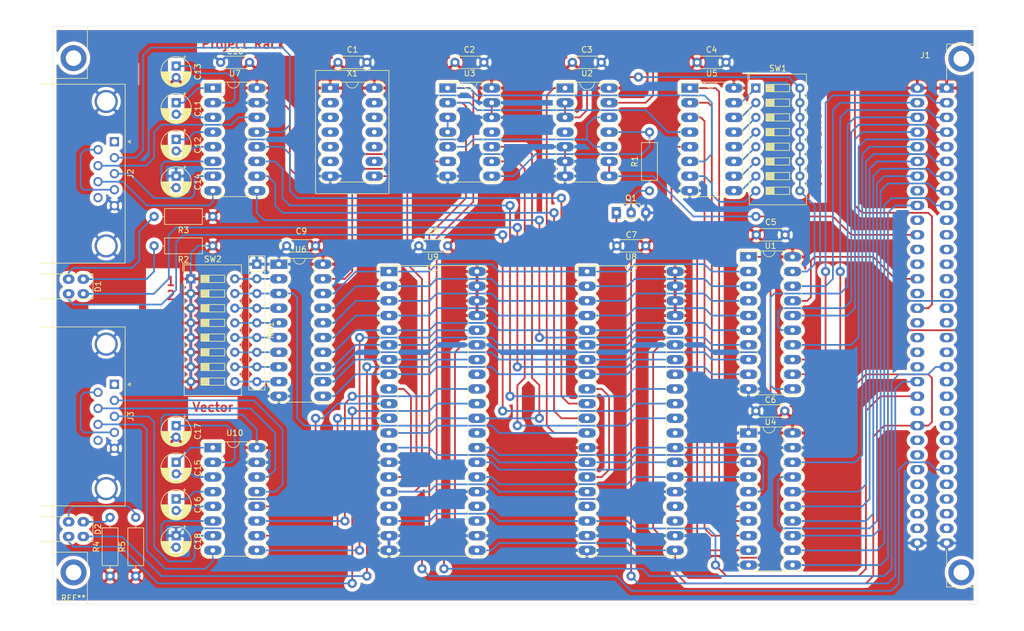
<source format=kicad_pcb>
(kicad_pcb (version 20171130) (host pcbnew 5.1.9-73d0e3b20d~88~ubuntu20.04.1)
  (layers (0 F.Cu signal) (31 B.Cu signal) (34 B.Paste user) (35 F.Paste user) (36 B.SilkS user) (37 F.SilkS user) (38 B.Mask user) (39 F.Mask user) (44 Edge.Cuts user))
  (net 0 "")
  (net 1 GND)
  (net 2 +5V)
  (net 3 "Net-(J1-Pad2C)")
  (net 4 "Net-(J1-Pad3C)")
  (net 5 "Net-(J1-Pad4C)")
  (net 6 "Net-(J1-Pad5C)")
  (net 7 "Net-(J1-Pad6C)")
  (net 8 "Net-(J1-Pad7C)")
  (net 9 "Net-(J1-Pad8C)")
  (net 10 "Net-(J1-Pad9C)")
  (net 11 "Net-(J1-Pad10C)")
  (net 12 /IEI)
  (net 13 "Net-(J1-Pad12C)")
  (net 14 "Net-(J1-Pad13C)")
  (net 15 "Net-(J1-Pad14C)")
  (net 16 "Net-(J1-Pad15C)")
  (net 17 /IEO)
  (net 18 "Net-(J1-Pad17C)")
  (net 19 "Net-(J1-Pad18C)")
  (net 20 "Net-(J1-Pad19C)")
  (net 21 "Net-(J1-Pad20C)")
  (net 22 /~INT)
  (net 23 /~WR)
  (net 24 "Net-(J1-Pad23C)")
  (net 25 /~RD)
  (net 26 "Net-(J1-Pad25C)")
  (net 27 "Net-(J1-Pad26C)")
  (net 28 "Net-(J1-Pad27C)")
  (net 29 "Net-(J1-Pad28C)")
  (net 30 "Net-(J1-Pad29C)")
  (net 31 "Net-(J1-Pad30C)")
  (net 32 "Net-(J1-Pad2A)")
  (net 33 "Net-(J1-Pad3A)")
  (net 34 "Net-(J1-Pad4A)")
  (net 35 "Net-(J1-Pad5A)")
  (net 36 "Net-(J1-Pad6A)")
  (net 37 "Net-(J1-Pad7A)")
  (net 38 "Net-(J1-Pad8A)")
  (net 39 "Net-(J1-Pad9A)")
  (net 40 "Net-(J1-Pad10A)")
  (net 41 "Net-(J1-Pad11A)")
  (net 42 "Net-(J1-Pad12A)")
  (net 43 "Net-(J1-Pad13A)")
  (net 44 "Net-(J1-Pad14A)")
  (net 45 "Net-(J1-Pad15A)")
  (net 46 "Net-(J1-Pad16A)")
  (net 47 "Net-(J1-Pad17A)")
  (net 48 "Net-(J1-Pad18A)")
  (net 49 "Net-(J1-Pad19A)")
  (net 50 /~M1)
  (net 51 "Net-(J1-Pad21A)")
  (net 52 "Net-(J1-Pad22A)")
  (net 53 "Net-(J1-Pad23A)")
  (net 54 "Net-(J1-Pad24A)")
  (net 55 "Net-(J1-Pad25A)")
  (net 56 "Net-(J1-Pad26A)")
  (net 57 /~IORQ)
  (net 58 "Net-(J1-Pad28A)")
  (net 59 "Net-(J1-Pad29A)")
  (net 60 "Net-(J1-Pad30A)")
  (net 61 "Net-(J1-Pad31A)")
  (net 62 "Net-(J1-Pad31C)")
  (net 63 "Net-(RN1-Pad9)")
  (net 64 "Net-(RN1-Pad7)")
  (net 65 "Net-(RN1-Pad6)")
  (net 66 "Net-(RN1-Pad5)")
  (net 67 "Net-(RN1-Pad4)")
  (net 68 "Net-(RN1-Pad2)")
  (net 69 /A7)
  (net 70 /A6)
  (net 71 /A5)
  (net 72 /A4)
  (net 73 /D0)
  (net 74 /D1)
  (net 75 /D2)
  (net 76 /D3)
  (net 77 /D4)
  (net 78 /D5)
  (net 79 /D6)
  (net 80 /D7)
  (net 81 /A3)
  (net 82 /A2)
  (net 83 /A1)
  (net 84 /A0)
  (net 85 "Net-(C11-Pad2)")
  (net 86 "Net-(C11-Pad1)")
  (net 87 "Net-(C12-Pad2)")
  (net 88 "Net-(C12-Pad1)")
  (net 89 "Net-(C13-Pad1)")
  (net 90 "Net-(C14-Pad2)")
  (net 91 "Net-(C15-Pad2)")
  (net 92 "Net-(C15-Pad1)")
  (net 93 "Net-(C16-Pad2)")
  (net 94 "Net-(C16-Pad1)")
  (net 95 "Net-(C17-Pad1)")
  (net 96 "Net-(C18-Pad2)")
  (net 97 "Net-(D1-Pad4)")
  (net 98 "Net-(D1-Pad2)")
  (net 99 "Net-(D2-Pad4)")
  (net 100 "Net-(D2-Pad2)")
  (net 101 "Net-(J2-Pad9)")
  (net 102 "Net-(J2-Pad4)")
  (net 103 "Net-(J2-Pad1)")
  (net 104 "Net-(J3-Pad9)")
  (net 105 "Net-(J3-Pad4)")
  (net 106 "Net-(J3-Pad1)")
  (net 107 /INT2)
  (net 108 /INT1)
  (net 109 "Net-(U9-Pad33)")
  (net 110 "Net-(U9-Pad29)")
  (net 111 "Net-(U9-Pad24)")
  (net 112 "Net-(U9-Pad23)")
  (net 113 "Net-(U9-Pad17)")
  (net 114 "Net-(U9-Pad15)")
  (net 115 /UART_Controller/~LED1)
  (net 116 /UART_Controller/~LED2)
  (net 117 /UART_Controller/~LED3)
  (net 118 /UART_Controller/~LED4)
  (net 119 /UART_Controller/RS1_CTS)
  (net 120 /UART_Controller/RS1_RTS)
  (net 121 /UART_Controller/RS1_TX)
  (net 122 /UART_Controller/RS1_RX)
  (net 123 /UART_Controller/RS2_CTS)
  (net 124 /UART_Controller/RS2_RTS)
  (net 125 /UART_Controller/RS2_TX)
  (net 126 /UART_Controller/RS2_RX)
  (net 127 /INT)
  (net 128 /~CS)
  (net 129 "Net-(U2-Pad4)")
  (net 130 /UART_Controller/~RX1)
  (net 131 /UART_Controller/~RTS1)
  (net 132 /UART_Controller/~TX1)
  (net 133 /UART_Controller/~CTS1)
  (net 134 /UART_Controller/CLK)
  (net 135 /UART_Controller/~CTS2)
  (net 136 /UART_Controller/~RTS2)
  (net 137 /UART_Controller/~TX2)
  (net 138 /UART_Controller/~RX2)
  (net 139 "Net-(SW1-Pad8)")
  (net 140 "Net-(SW1-Pad7)")
  (net 141 "Net-(SW1-Pad6)")
  (net 142 "Net-(SW1-Pad5)")
  (net 143 "Net-(SW1-Pad4)")
  (net 144 "Net-(SW1-Pad3)")
  (net 145 "Net-(SW1-Pad2)")
  (net 146 "Net-(SW1-Pad1)")
  (net 147 "Net-(Q1-Pad2)")
  (net 148 /IntDisable)
  (net 149 /CS)
  (net 150 "Net-(U3-Pad11)")
  (net 151 /~IntAck)
  (net 152 "Net-(U3-Pad3)")
  (net 153 "Net-(U8-Pad33)")
  (net 154 "Net-(U8-Pad29)")
  (net 155 "Net-(U8-Pad24)")
  (net 156 "Net-(U8-Pad23)")
  (net 157 "Net-(U8-Pad17)")
  (net 158 "Net-(U8-Pad15)")
  (net 159 "Net-(RN1-Pad8)")
  (module rackz80_footprints:Eurocard_FrontPanel (layer F.Cu) (at 70 140)
    (fp_text reference REF** (at 3.57 -1.055) (layer F.SilkS))
    (fp_text value Eurocard_FrontPanel)
    (pad "" np_thru_hole circle (at 3.6 -94.5) (size 4.5 4.5) (drill 2.7) (layers *.Cu *.Mask))
    (pad "" np_thru_hole circle (at 3.6 -5.5) (size 4.5 4.5) (drill 2.7) (layers *.Cu *.Mask))
  )
  (module Resistor_THT:R_Array_SIP9 (layer F.Cu) (at 105.32 81.16 270)
    (fp_text reference RN1 (at 11.43 -2.4 90) (layer F.SilkS))
    (fp_text value 1k)
    (pad 9 thru_hole oval (at 20.32 0 270) (size 1.6 1.6) (drill 0.8) (layers *.Cu *.Mask) (net 63 "Net-(RN1-Pad9)"))
    (pad 8 thru_hole oval (at 17.78 0 270) (size 1.6 1.6) (drill 0.8) (layers *.Cu *.Mask) (net 159 "Net-(RN1-Pad8)"))
    (pad 7 thru_hole oval (at 15.24 0 270) (size 1.6 1.6) (drill 0.8) (layers *.Cu *.Mask) (net 64 "Net-(RN1-Pad7)"))
    (pad 6 thru_hole oval (at 12.7 0 270) (size 1.6 1.6) (drill 0.8) (layers *.Cu *.Mask) (net 65 "Net-(RN1-Pad6)"))
    (pad 5 thru_hole oval (at 10.16 0 270) (size 1.6 1.6) (drill 0.8) (layers *.Cu *.Mask) (net 66 "Net-(RN1-Pad5)"))
    (pad 4 thru_hole oval (at 7.62 0 270) (size 1.6 1.6) (drill 0.8) (layers *.Cu *.Mask) (net 67 "Net-(RN1-Pad4)"))
    (pad 3 thru_hole oval (at 5.08 0 270) (size 1.6 1.6) (drill 0.8) (layers *.Cu *.Mask) (net 107 /INT2))
    (pad 2 thru_hole oval (at 2.54 0 270) (size 1.6 1.6) (drill 0.8) (layers *.Cu *.Mask) (net 68 "Net-(RN1-Pad2)"))
    (pad 1 thru_hole rect (at 0 0 270) (size 1.6 1.6) (drill 0.8) (layers *.Cu *.Mask) (net 1 GND))
  )
  (module Capacitor_THT:C_Disc_D4.3mm_W1.9mm_P5.00mm (layer F.Cu) (at 104.05 46.235 180)
    (fp_text reference C10 (at 2.5 1.905) (layer F.SilkS))
    (fp_text value 100nF)
    (pad 2 thru_hole circle (at 5 0 180) (size 1.6 1.6) (drill 0.8) (layers *.Cu *.Mask) (net 1 GND))
    (pad 1 thru_hole circle (at 0 0 180) (size 1.6 1.6) (drill 0.8) (layers *.Cu *.Mask) (net 2 +5V))
  )
  (module rackz80_footprints:DIP-40_Socket_Wide (layer F.Cu) (at 162.47 82.43)
    (fp_text reference U8 (at 7.62 -2.54) (layer F.SilkS))
    (fp_text value 16C550)
    (pad 40 thru_hole oval (at 15.24 0) (size 3 1.6) (drill 0.8) (layers *.Cu *.Mask) (net 2 +5V))
    (pad 39 thru_hole oval (at 15.24 2.54) (size 3 1.6) (drill 0.8) (layers *.Cu *.Mask) (net 2 +5V))
    (pad 38 thru_hole oval (at 15.24 5.08) (size 3 1.6) (drill 0.8) (layers *.Cu *.Mask) (net 2 +5V))
    (pad 37 thru_hole oval (at 15.24 7.62) (size 3 1.6) (drill 0.8) (layers *.Cu *.Mask) (net 2 +5V))
    (pad 36 thru_hole oval (at 15.24 10.16) (size 3 1.6) (drill 0.8) (layers *.Cu *.Mask) (net 133 /UART_Controller/~CTS1))
    (pad 35 thru_hole oval (at 15.24 12.7) (size 3 1.6) (drill 0.8) (layers *.Cu *.Mask) (net 1 GND))
    (pad 34 thru_hole oval (at 15.24 15.24) (size 3 1.6) (drill 0.8) (layers *.Cu *.Mask) (net 115 /UART_Controller/~LED1))
    (pad 33 thru_hole oval (at 15.24 17.78) (size 3 1.6) (drill 0.8) (layers *.Cu *.Mask) (net 153 "Net-(U8-Pad33)"))
    (pad 32 thru_hole oval (at 15.24 20.32) (size 3 1.6) (drill 0.8) (layers *.Cu *.Mask) (net 131 /UART_Controller/~RTS1))
    (pad 31 thru_hole oval (at 15.24 22.86) (size 3 1.6) (drill 0.8) (layers *.Cu *.Mask) (net 116 /UART_Controller/~LED2))
    (pad 30 thru_hole oval (at 15.24 25.4) (size 3 1.6) (drill 0.8) (layers *.Cu *.Mask) (net 108 /INT1))
    (pad 29 thru_hole oval (at 15.24 27.94) (size 3 1.6) (drill 0.8) (layers *.Cu *.Mask) (net 154 "Net-(U8-Pad29)"))
    (pad 28 thru_hole oval (at 15.24 30.48) (size 3 1.6) (drill 0.8) (layers *.Cu *.Mask) (net 84 /A0))
    (pad 27 thru_hole oval (at 15.24 33.02) (size 3 1.6) (drill 0.8) (layers *.Cu *.Mask) (net 83 /A1))
    (pad 26 thru_hole oval (at 15.24 35.56) (size 3 1.6) (drill 0.8) (layers *.Cu *.Mask) (net 82 /A2))
    (pad 25 thru_hole oval (at 15.24 38.1) (size 3 1.6) (drill 0.8) (layers *.Cu *.Mask) (net 1 GND))
    (pad 24 thru_hole oval (at 15.24 40.64) (size 3 1.6) (drill 0.8) (layers *.Cu *.Mask) (net 155 "Net-(U8-Pad24)"))
    (pad 23 thru_hole oval (at 15.24 43.18) (size 3 1.6) (drill 0.8) (layers *.Cu *.Mask) (net 156 "Net-(U8-Pad23)"))
    (pad 22 thru_hole oval (at 15.24 45.72) (size 3 1.6) (drill 0.8) (layers *.Cu *.Mask) (net 1 GND))
    (pad 21 thru_hole oval (at 15.24 48.26) (size 3 1.6) (drill 0.8) (layers *.Cu *.Mask) (net 25 /~RD))
    (pad 20 thru_hole oval (at 0 48.26) (size 3 1.6) (drill 0.8) (layers *.Cu *.Mask) (net 1 GND))
    (pad 19 thru_hole oval (at 0 45.72) (size 3 1.6) (drill 0.8) (layers *.Cu *.Mask) (net 1 GND))
    (pad 18 thru_hole oval (at 0 43.18) (size 3 1.6) (drill 0.8) (layers *.Cu *.Mask) (net 23 /~WR))
    (pad 17 thru_hole oval (at 0 40.64) (size 3 1.6) (drill 0.8) (layers *.Cu *.Mask) (net 157 "Net-(U8-Pad17)"))
    (pad 16 thru_hole oval (at 0 38.1) (size 3 1.6) (drill 0.8) (layers *.Cu *.Mask) (net 134 /UART_Controller/CLK))
    (pad 15 thru_hole oval (at 0 35.56) (size 3 1.6) (drill 0.8) (layers *.Cu *.Mask) (net 158 "Net-(U8-Pad15)"))
    (pad 14 thru_hole oval (at 0 33.02) (size 3 1.6) (drill 0.8) (layers *.Cu *.Mask) (net 81 /A3))
    (pad 13 thru_hole oval (at 0 30.48) (size 3 1.6) (drill 0.8) (layers *.Cu *.Mask) (net 2 +5V))
    (pad 12 thru_hole oval (at 0 27.94) (size 3 1.6) (drill 0.8) (layers *.Cu *.Mask) (net 149 /CS))
    (pad 11 thru_hole oval (at 0 25.4) (size 3 1.6) (drill 0.8) (layers *.Cu *.Mask) (net 132 /UART_Controller/~TX1))
    (pad 10 thru_hole oval (at 0 22.86) (size 3 1.6) (drill 0.8) (layers *.Cu *.Mask) (net 130 /UART_Controller/~RX1))
    (pad 9 thru_hole oval (at 0 20.32) (size 3 1.6) (drill 0.8) (layers *.Cu *.Mask) (net 158 "Net-(U8-Pad15)"))
    (pad 8 thru_hole oval (at 0 17.78) (size 3 1.6) (drill 0.8) (layers *.Cu *.Mask) (net 80 /D7))
    (pad 7 thru_hole oval (at 0 15.24) (size 3 1.6) (drill 0.8) (layers *.Cu *.Mask) (net 79 /D6))
    (pad 6 thru_hole oval (at 0 12.7) (size 3 1.6) (drill 0.8) (layers *.Cu *.Mask) (net 78 /D5))
    (pad 5 thru_hole oval (at 0 10.16) (size 3 1.6) (drill 0.8) (layers *.Cu *.Mask) (net 77 /D4))
    (pad 4 thru_hole oval (at 0 7.62) (size 3 1.6) (drill 0.8) (layers *.Cu *.Mask) (net 76 /D3))
    (pad 3 thru_hole oval (at 0 5.08) (size 3 1.6) (drill 0.8) (layers *.Cu *.Mask) (net 75 /D2))
    (pad 2 thru_hole oval (at 0 2.54) (size 3 1.6) (drill 0.8) (layers *.Cu *.Mask) (net 74 /D1))
    (pad 1 thru_hole rect (at 0 0) (size 3 1.6) (drill 0.8) (layers *.Cu *.Mask) (net 73 /D0))
  )
  (module rackz80_footprints:DIP-16_Socket (layer F.Cu) (at 180.25 50.68)
    (fp_text reference U5 (at 3.81 -2.54) (layer F.SilkS))
    (fp_text value 74LS138)
    (pad 16 thru_hole oval (at 7.62 0) (size 3 1.6) (drill 0.8) (layers *.Cu *.Mask) (net 2 +5V))
    (pad 15 thru_hole oval (at 7.62 2.54) (size 3 1.6) (drill 0.8) (layers *.Cu *.Mask) (net 146 "Net-(SW1-Pad1)"))
    (pad 14 thru_hole oval (at 7.62 5.08) (size 3 1.6) (drill 0.8) (layers *.Cu *.Mask) (net 145 "Net-(SW1-Pad2)"))
    (pad 13 thru_hole oval (at 7.62 7.62) (size 3 1.6) (drill 0.8) (layers *.Cu *.Mask) (net 144 "Net-(SW1-Pad3)"))
    (pad 12 thru_hole oval (at 7.62 10.16) (size 3 1.6) (drill 0.8) (layers *.Cu *.Mask) (net 143 "Net-(SW1-Pad4)"))
    (pad 11 thru_hole oval (at 7.62 12.7) (size 3 1.6) (drill 0.8) (layers *.Cu *.Mask) (net 142 "Net-(SW1-Pad5)"))
    (pad 10 thru_hole oval (at 7.62 15.24) (size 3 1.6) (drill 0.8) (layers *.Cu *.Mask) (net 141 "Net-(SW1-Pad6)"))
    (pad 9 thru_hole oval (at 7.62 17.78) (size 3 1.6) (drill 0.8) (layers *.Cu *.Mask) (net 140 "Net-(SW1-Pad7)"))
    (pad 8 thru_hole oval (at 0 17.78) (size 3 1.6) (drill 0.8) (layers *.Cu *.Mask) (net 1 GND))
    (pad 7 thru_hole oval (at 0 15.24) (size 3 1.6) (drill 0.8) (layers *.Cu *.Mask) (net 139 "Net-(SW1-Pad8)"))
    (pad 6 thru_hole oval (at 0 12.7) (size 3 1.6) (drill 0.8) (layers *.Cu *.Mask) (net 50 /~M1))
    (pad 5 thru_hole oval (at 0 10.16) (size 3 1.6) (drill 0.8) (layers *.Cu *.Mask) (net 69 /A7))
    (pad 4 thru_hole oval (at 0 7.62) (size 3 1.6) (drill 0.8) (layers *.Cu *.Mask) (net 57 /~IORQ))
    (pad 3 thru_hole oval (at 0 5.08) (size 3 1.6) (drill 0.8) (layers *.Cu *.Mask) (net 70 /A6))
    (pad 2 thru_hole oval (at 0 2.54) (size 3 1.6) (drill 0.8) (layers *.Cu *.Mask) (net 71 /A5))
    (pad 1 thru_hole rect (at 0 0) (size 3 1.6) (drill 0.8) (layers *.Cu *.Mask) (net 72 /A4))
  )
  (module rackz80_footprints:DIP-20_Socket (layer F.Cu) (at 190.41 110.37)
    (fp_text reference U4 (at 3.81 -1.905) (layer F.SilkS))
    (fp_text value 74HC245)
    (pad 20 thru_hole oval (at 7.62 0) (size 3 1.6) (drill 0.8) (layers *.Cu *.Mask) (net 2 +5V))
    (pad 19 thru_hole oval (at 7.62 2.54) (size 3 1.6) (drill 0.8) (layers *.Cu *.Mask) (net 1 GND))
    (pad 18 thru_hole oval (at 7.62 5.08) (size 3 1.6) (drill 0.8) (layers *.Cu *.Mask) (net 6 "Net-(J1-Pad5C)"))
    (pad 17 thru_hole oval (at 7.62 7.62) (size 3 1.6) (drill 0.8) (layers *.Cu *.Mask) (net 8 "Net-(J1-Pad7C)"))
    (pad 16 thru_hole oval (at 7.62 10.16) (size 3 1.6) (drill 0.8) (layers *.Cu *.Mask) (net 36 "Net-(J1-Pad6A)"))
    (pad 15 thru_hole oval (at 7.62 12.7) (size 3 1.6) (drill 0.8) (layers *.Cu *.Mask) (net 7 "Net-(J1-Pad6C)"))
    (pad 14 thru_hole oval (at 7.62 15.24) (size 3 1.6) (drill 0.8) (layers *.Cu *.Mask) (net 37 "Net-(J1-Pad7A)"))
    (pad 13 thru_hole oval (at 7.62 17.78) (size 3 1.6) (drill 0.8) (layers *.Cu *.Mask) (net 38 "Net-(J1-Pad8A)"))
    (pad 12 thru_hole oval (at 7.62 20.32) (size 3 1.6) (drill 0.8) (layers *.Cu *.Mask) (net 39 "Net-(J1-Pad9A)"))
    (pad 11 thru_hole oval (at 7.62 22.86) (size 3 1.6) (drill 0.8) (layers *.Cu *.Mask) (net 10 "Net-(J1-Pad9C)"))
    (pad 10 thru_hole oval (at 0 22.86) (size 3 1.6) (drill 0.8) (layers *.Cu *.Mask) (net 1 GND))
    (pad 9 thru_hole oval (at 0 20.32) (size 3 1.6) (drill 0.8) (layers *.Cu *.Mask) (net 69 /A7))
    (pad 8 thru_hole oval (at 0 17.78) (size 3 1.6) (drill 0.8) (layers *.Cu *.Mask) (net 70 /A6))
    (pad 7 thru_hole oval (at 0 15.24) (size 3 1.6) (drill 0.8) (layers *.Cu *.Mask) (net 71 /A5))
    (pad 6 thru_hole oval (at 0 12.7) (size 3 1.6) (drill 0.8) (layers *.Cu *.Mask) (net 72 /A4))
    (pad 5 thru_hole oval (at 0 10.16) (size 3 1.6) (drill 0.8) (layers *.Cu *.Mask) (net 81 /A3))
    (pad 4 thru_hole oval (at 0 7.62) (size 3 1.6) (drill 0.8) (layers *.Cu *.Mask) (net 82 /A2))
    (pad 3 thru_hole oval (at 0 5.08) (size 3 1.6) (drill 0.8) (layers *.Cu *.Mask) (net 83 /A1))
    (pad 2 thru_hole oval (at 0 2.54) (size 3 1.6) (drill 0.8) (layers *.Cu *.Mask) (net 84 /A0))
    (pad 1 thru_hole rect (at 0 0) (size 3 1.6) (drill 0.8) (layers *.Cu *.Mask) (net 1 GND))
  )
  (module rackz80_footprints:DIP-20_Socket (layer F.Cu) (at 190.41 79.89)
    (fp_text reference U1 (at 3.81 -1.905) (layer F.SilkS))
    (fp_text value 74HC245)
    (pad 20 thru_hole oval (at 7.62 0) (size 3 1.6) (drill 0.8) (layers *.Cu *.Mask) (net 2 +5V))
    (pad 19 thru_hole oval (at 7.62 2.54) (size 3 1.6) (drill 0.8) (layers *.Cu *.Mask) (net 128 /~CS))
    (pad 18 thru_hole oval (at 7.62 5.08) (size 3 1.6) (drill 0.8) (layers *.Cu *.Mask) (net 3 "Net-(J1-Pad2C)"))
    (pad 17 thru_hole oval (at 7.62 7.62) (size 3 1.6) (drill 0.8) (layers *.Cu *.Mask) (net 15 "Net-(J1-Pad14C)"))
    (pad 16 thru_hole oval (at 7.62 10.16) (size 3 1.6) (drill 0.8) (layers *.Cu *.Mask) (net 5 "Net-(J1-Pad4C)"))
    (pad 15 thru_hole oval (at 7.62 12.7) (size 3 1.6) (drill 0.8) (layers *.Cu *.Mask) (net 34 "Net-(J1-Pad4A)"))
    (pad 14 thru_hole oval (at 7.62 15.24) (size 3 1.6) (drill 0.8) (layers *.Cu *.Mask) (net 35 "Net-(J1-Pad5A)"))
    (pad 13 thru_hole oval (at 7.62 17.78) (size 3 1.6) (drill 0.8) (layers *.Cu *.Mask) (net 32 "Net-(J1-Pad2A)"))
    (pad 12 thru_hole oval (at 7.62 20.32) (size 3 1.6) (drill 0.8) (layers *.Cu *.Mask) (net 33 "Net-(J1-Pad3A)"))
    (pad 11 thru_hole oval (at 7.62 22.86) (size 3 1.6) (drill 0.8) (layers *.Cu *.Mask) (net 4 "Net-(J1-Pad3C)"))
    (pad 10 thru_hole oval (at 0 22.86) (size 3 1.6) (drill 0.8) (layers *.Cu *.Mask) (net 1 GND))
    (pad 9 thru_hole oval (at 0 20.32) (size 3 1.6) (drill 0.8) (layers *.Cu *.Mask) (net 80 /D7))
    (pad 8 thru_hole oval (at 0 17.78) (size 3 1.6) (drill 0.8) (layers *.Cu *.Mask) (net 79 /D6))
    (pad 7 thru_hole oval (at 0 15.24) (size 3 1.6) (drill 0.8) (layers *.Cu *.Mask) (net 78 /D5))
    (pad 6 thru_hole oval (at 0 12.7) (size 3 1.6) (drill 0.8) (layers *.Cu *.Mask) (net 77 /D4))
    (pad 5 thru_hole oval (at 0 10.16) (size 3 1.6) (drill 0.8) (layers *.Cu *.Mask) (net 76 /D3))
    (pad 4 thru_hole oval (at 0 7.62) (size 3 1.6) (drill 0.8) (layers *.Cu *.Mask) (net 75 /D2))
    (pad 3 thru_hole oval (at 0 5.08) (size 3 1.6) (drill 0.8) (layers *.Cu *.Mask) (net 74 /D1))
    (pad 2 thru_hole oval (at 0 2.54) (size 3 1.6) (drill 0.8) (layers *.Cu *.Mask) (net 73 /D0))
    (pad 1 thru_hole rect (at 0 0) (size 3 1.6) (drill 0.8) (layers *.Cu *.Mask) (net 25 /~RD))
  )
  (module rackz80_footprints:DIP-14_Socket (layer F.Cu) (at 138.34 50.68)
    (fp_text reference U3 (at 3.81 -2.54) (layer F.SilkS))
    (fp_text value 74LS32)
    (pad 14 thru_hole oval (at 7.62 0) (size 3 1.6) (drill 0.8) (layers *.Cu *.Mask) (net 2 +5V))
    (pad 13 thru_hole oval (at 7.62 2.54) (size 3 1.6) (drill 0.8) (layers *.Cu *.Mask) (net 1 GND))
    (pad 12 thru_hole oval (at 7.62 5.08) (size 3 1.6) (drill 0.8) (layers *.Cu *.Mask) (net 1 GND))
    (pad 11 thru_hole oval (at 7.62 7.62) (size 3 1.6) (drill 0.8) (layers *.Cu *.Mask) (net 150 "Net-(U3-Pad11)"))
    (pad 10 thru_hole oval (at 7.62 10.16) (size 3 1.6) (drill 0.8) (layers *.Cu *.Mask) (net 107 /INT2))
    (pad 9 thru_hole oval (at 7.62 12.7) (size 3 1.6) (drill 0.8) (layers *.Cu *.Mask) (net 108 /INT1))
    (pad 8 thru_hole oval (at 7.62 15.24) (size 3 1.6) (drill 0.8) (layers *.Cu *.Mask) (net 127 /INT))
    (pad 7 thru_hole oval (at 0 15.24) (size 3 1.6) (drill 0.8) (layers *.Cu *.Mask) (net 1 GND))
    (pad 6 thru_hole oval (at 0 12.7) (size 3 1.6) (drill 0.8) (layers *.Cu *.Mask) (net 151 /~IntAck))
    (pad 5 thru_hole oval (at 0 10.16) (size 3 1.6) (drill 0.8) (layers *.Cu *.Mask) (net 148 /IntDisable))
    (pad 4 thru_hole oval (at 0 7.62) (size 3 1.6) (drill 0.8) (layers *.Cu *.Mask) (net 152 "Net-(U3-Pad3)"))
    (pad 3 thru_hole oval (at 0 5.08) (size 3 1.6) (drill 0.8) (layers *.Cu *.Mask) (net 152 "Net-(U3-Pad3)"))
    (pad 2 thru_hole oval (at 0 2.54) (size 3 1.6) (drill 0.8) (layers *.Cu *.Mask) (net 57 /~IORQ))
    (pad 1 thru_hole rect (at 0 0) (size 3 1.6) (drill 0.8) (layers *.Cu *.Mask) (net 50 /~M1))
  )
  (module rackz80_footprints:DIP-14_Socket (layer F.Cu) (at 158.66 50.68)
    (fp_text reference U2 (at 3.81 -2.54) (layer F.SilkS))
    (fp_text value 74LS02)
    (pad 14 thru_hole oval (at 7.62 0) (size 3 1.6) (drill 0.8) (layers *.Cu *.Mask) (net 2 +5V))
    (pad 13 thru_hole oval (at 7.62 2.54) (size 3 1.6) (drill 0.8) (layers *.Cu *.Mask) (net 17 /IEO))
    (pad 12 thru_hole oval (at 7.62 5.08) (size 3 1.6) (drill 0.8) (layers *.Cu *.Mask) (net 148 /IntDisable))
    (pad 11 thru_hole oval (at 7.62 7.62) (size 3 1.6) (drill 0.8) (layers *.Cu *.Mask) (net 127 /INT))
    (pad 10 thru_hole oval (at 7.62 10.16) (size 3 1.6) (drill 0.8) (layers *.Cu *.Mask) (net 148 /IntDisable))
    (pad 9 thru_hole oval (at 7.62 12.7) (size 3 1.6) (drill 0.8) (layers *.Cu *.Mask) (net 12 /IEI))
    (pad 8 thru_hole oval (at 7.62 15.24) (size 3 1.6) (drill 0.8) (layers *.Cu *.Mask) (net 12 /IEI))
    (pad 7 thru_hole oval (at 0 15.24) (size 3 1.6) (drill 0.8) (layers *.Cu *.Mask) (net 1 GND))
    (pad 6 thru_hole oval (at 0 12.7) (size 3 1.6) (drill 0.8) (layers *.Cu *.Mask) (net 1 GND))
    (pad 5 thru_hole oval (at 0 10.16) (size 3 1.6) (drill 0.8) (layers *.Cu *.Mask) (net 1 GND))
    (pad 4 thru_hole oval (at 0 7.62) (size 3 1.6) (drill 0.8) (layers *.Cu *.Mask) (net 129 "Net-(U2-Pad4)"))
    (pad 3 thru_hole oval (at 0 5.08) (size 3 1.6) (drill 0.8) (layers *.Cu *.Mask) (net 128 /~CS))
    (pad 2 thru_hole oval (at 0 2.54) (size 3 1.6) (drill 0.8) (layers *.Cu *.Mask) (net 128 /~CS))
    (pad 1 thru_hole rect (at 0 0) (size 3 1.6) (drill 0.8) (layers *.Cu *.Mask) (net 149 /CS))
  )
  (module Resistor_THT:R_Axial_DIN0207_L6.3mm_D2.5mm_P10.16mm_Horizontal (layer F.Cu) (at 84.365 135.135 90)
    (fp_text reference R5 (at 5.08 -2.37 90) (layer F.SilkS))
    (fp_text value 1k)
    (pad 2 thru_hole oval (at 10.16 0 90) (size 1.6 1.6) (drill 0.8) (layers *.Cu *.Mask) (net 99 "Net-(D2-Pad4)"))
    (pad 1 thru_hole circle (at 0 0 90) (size 1.6 1.6) (drill 0.8) (layers *.Cu *.Mask) (net 2 +5V))
  )
  (module Resistor_THT:R_Axial_DIN0207_L6.3mm_D2.5mm_P10.16mm_Horizontal (layer F.Cu) (at 79.92 135.135 90)
    (fp_text reference R4 (at 5.08 -2.37 90) (layer F.SilkS))
    (fp_text value 1k)
    (pad 2 thru_hole oval (at 10.16 0 90) (size 1.6 1.6) (drill 0.8) (layers *.Cu *.Mask) (net 100 "Net-(D2-Pad2)"))
    (pad 1 thru_hole circle (at 0 0 90) (size 1.6 1.6) (drill 0.8) (layers *.Cu *.Mask) (net 2 +5V))
  )
  (module Resistor_THT:R_Axial_DIN0207_L6.3mm_D2.5mm_P10.16mm_Horizontal (layer F.Cu) (at 97.7 72.905 180)
    (fp_text reference R3 (at 5.08 -2.37) (layer F.SilkS))
    (fp_text value 1k)
    (pad 2 thru_hole oval (at 10.16 0 180) (size 1.6 1.6) (drill 0.8) (layers *.Cu *.Mask) (net 97 "Net-(D1-Pad4)"))
    (pad 1 thru_hole circle (at 0 0 180) (size 1.6 1.6) (drill 0.8) (layers *.Cu *.Mask) (net 2 +5V))
  )
  (module Resistor_THT:R_Axial_DIN0207_L6.3mm_D2.5mm_P10.16mm_Horizontal (layer F.Cu) (at 97.7 77.985 180)
    (fp_text reference R2 (at 5.08 -2.37) (layer F.SilkS))
    (fp_text value 1k)
    (pad 2 thru_hole oval (at 10.16 0 180) (size 1.6 1.6) (drill 0.8) (layers *.Cu *.Mask) (net 98 "Net-(D1-Pad2)"))
    (pad 1 thru_hole circle (at 0 0 180) (size 1.6 1.6) (drill 0.8) (layers *.Cu *.Mask) (net 2 +5V))
  )
  (module Resistor_THT:R_Axial_DIN0207_L6.3mm_D2.5mm_P10.16mm_Horizontal (layer F.Cu) (at 173.265 68.46 90)
    (fp_text reference R1 (at 5.08 -2.54 90) (layer F.SilkS))
    (fp_text value 1k)
    (pad 2 thru_hole oval (at 10.16 0 90) (size 1.6 1.6) (drill 0.8) (layers *.Cu *.Mask) (net 127 /INT))
    (pad 1 thru_hole circle (at 0 0 90) (size 1.6 1.6) (drill 0.8) (layers *.Cu *.Mask) (net 147 "Net-(Q1-Pad2)"))
  )
  (module Package_TO_SOT_THT:TO-92S_Wide (layer F.Cu) (at 167.55 72.27)
    (fp_text reference Q1 (at 2.54 -2.54) (layer F.SilkS))
    (fp_text value BC547)
    (pad 1 thru_hole rect (at 0 0) (size 1.6 2) (drill 0.8) (layers *.Cu *.Mask) (net 22 /~INT))
    (pad 3 thru_hole oval (at 5.08 0) (size 1.6 2) (drill 0.8) (layers *.Cu *.Mask) (net 1 GND))
    (pad 2 thru_hole oval (at 2.54 0) (size 1.6 2) (drill 0.8) (layers *.Cu *.Mask) (net 147 "Net-(Q1-Pad2)"))
  )
  (module Capacitor_THT:C_Disc_D4.3mm_W1.9mm_P5.00mm (layer F.Cu) (at 115.48 77.985 180)
    (fp_text reference C9 (at 2.46 2.54) (layer F.SilkS))
    (fp_text value 100nF)
    (pad 2 thru_hole circle (at 5 0 180) (size 1.6 1.6) (drill 0.8) (layers *.Cu *.Mask) (net 1 GND))
    (pad 1 thru_hole circle (at 0 0 180) (size 1.6 1.6) (drill 0.8) (layers *.Cu *.Mask) (net 2 +5V))
  )
  (module Capacitor_THT:C_Disc_D4.3mm_W1.9mm_P5.00mm (layer F.Cu) (at 138.34 77.985 180)
    (fp_text reference C8 (at 2.5 2.54) (layer F.SilkS))
    (fp_text value 100nF)
    (pad 2 thru_hole circle (at 5 0 180) (size 1.6 1.6) (drill 0.8) (layers *.Cu *.Mask) (net 1 GND))
    (pad 1 thru_hole circle (at 0 0 180) (size 1.6 1.6) (drill 0.8) (layers *.Cu *.Mask) (net 2 +5V))
  )
  (module Capacitor_THT:C_Disc_D4.3mm_W1.9mm_P5.00mm (layer F.Cu) (at 172.63 77.985 180)
    (fp_text reference C7 (at 2.5 1.905) (layer F.SilkS))
    (fp_text value 100nF)
    (pad 2 thru_hole circle (at 5 0 180) (size 1.6 1.6) (drill 0.8) (layers *.Cu *.Mask) (net 1 GND))
    (pad 1 thru_hole circle (at 0 0 180) (size 1.6 1.6) (drill 0.8) (layers *.Cu *.Mask) (net 2 +5V))
  )
  (module Capacitor_THT:C_Disc_D4.3mm_W1.9mm_P5.00mm (layer F.Cu) (at 196.68 106.56 180)
    (fp_text reference C6 (at 2.46 1.905) (layer F.SilkS))
    (fp_text value 100nF)
    (pad 2 thru_hole circle (at 5 0 180) (size 1.6 1.6) (drill 0.8) (layers *.Cu *.Mask) (net 1 GND))
    (pad 1 thru_hole circle (at 0 0 180) (size 1.6 1.6) (drill 0.8) (layers *.Cu *.Mask) (net 2 +5V))
  )
  (module Capacitor_THT:C_Disc_D4.3mm_W1.9mm_P5.00mm (layer F.Cu) (at 191.76 76.08)
    (fp_text reference C5 (at 2.5 -2.2) (layer F.SilkS))
    (fp_text value 100nF)
    (pad 2 thru_hole circle (at 5 0) (size 1.6 1.6) (drill 0.8) (layers *.Cu *.Mask) (net 1 GND))
    (pad 1 thru_hole circle (at 0 0) (size 1.6 1.6) (drill 0.8) (layers *.Cu *.Mask) (net 2 +5V))
  )
  (module Capacitor_THT:C_Disc_D4.3mm_W1.9mm_P5.00mm (layer F.Cu) (at 181.52 46.235)
    (fp_text reference C4 (at 2.5 -2.2) (layer F.SilkS))
    (fp_text value 100nF)
    (pad 2 thru_hole circle (at 5 0) (size 1.6 1.6) (drill 0.8) (layers *.Cu *.Mask) (net 1 GND))
    (pad 1 thru_hole circle (at 0 0) (size 1.6 1.6) (drill 0.8) (layers *.Cu *.Mask) (net 2 +5V))
  )
  (module Capacitor_THT:C_Disc_D4.3mm_W1.9mm_P5.00mm (layer F.Cu) (at 159.93 46.235)
    (fp_text reference C3 (at 2.5 -2.2) (layer F.SilkS))
    (fp_text value 100nF)
    (pad 2 thru_hole circle (at 5 0) (size 1.6 1.6) (drill 0.8) (layers *.Cu *.Mask) (net 1 GND))
    (pad 1 thru_hole circle (at 0 0) (size 1.6 1.6) (drill 0.8) (layers *.Cu *.Mask) (net 2 +5V))
  )
  (module Capacitor_THT:C_Disc_D4.3mm_W1.9mm_P5.00mm (layer F.Cu) (at 139.61 46.235)
    (fp_text reference C2 (at 2.5 -2.2) (layer F.SilkS))
    (fp_text value 100nF)
    (pad 2 thru_hole circle (at 5 0) (size 1.6 1.6) (drill 0.8) (layers *.Cu *.Mask) (net 1 GND))
    (pad 1 thru_hole circle (at 0 0) (size 1.6 1.6) (drill 0.8) (layers *.Cu *.Mask) (net 2 +5V))
  )
  (module Capacitor_THT:C_Disc_D4.3mm_W1.9mm_P5.00mm (layer F.Cu) (at 119.37 46.235)
    (fp_text reference C1 (at 2.5 -2.2) (layer F.SilkS))
    (fp_text value 100nF)
    (pad 2 thru_hole circle (at 5 0) (size 1.6 1.6) (drill 0.8) (layers *.Cu *.Mask) (net 1 GND))
    (pad 1 thru_hole circle (at 0 0) (size 1.6 1.6) (drill 0.8) (layers *.Cu *.Mask) (net 2 +5V))
  )
  (module rackz80_footprints:DIP-14_Oscillator_Socket (layer F.Cu) (at 118.02 50.68)
    (fp_text reference X1 (at 3.81 -2.54) (layer F.SilkS))
    (fp_text value 1.8432MHz)
    (pad 14 thru_hole oval (at 7.62 0) (size 3 1.6) (drill 0.8) (layers *.Cu *.Mask) (net 2 +5V))
    (pad 13 thru_hole oval (at 7.62 2.54) (size 3 1.6) (drill 0.8) (layers *.Cu *.Mask))
    (pad 12 thru_hole oval (at 7.62 5.08) (size 3 1.6) (drill 0.8) (layers *.Cu *.Mask))
    (pad 11 thru_hole oval (at 7.62 7.62) (size 3 1.6) (drill 0.8) (layers *.Cu *.Mask))
    (pad 10 thru_hole oval (at 7.62 10.16) (size 3 1.6) (drill 0.8) (layers *.Cu *.Mask))
    (pad 9 thru_hole oval (at 7.62 12.7) (size 3 1.6) (drill 0.8) (layers *.Cu *.Mask))
    (pad 8 thru_hole oval (at 7.62 15.24) (size 3 1.6) (drill 0.8) (layers *.Cu *.Mask) (net 134 /UART_Controller/CLK))
    (pad 7 thru_hole oval (at 0 15.24) (size 3 1.6) (drill 0.8) (layers *.Cu *.Mask) (net 1 GND))
    (pad 6 thru_hole oval (at 0 12.7) (size 3 1.6) (drill 0.8) (layers *.Cu *.Mask))
    (pad 5 thru_hole oval (at 0 10.16) (size 3 1.6) (drill 0.8) (layers *.Cu *.Mask))
    (pad 4 thru_hole oval (at 0 7.62) (size 3 1.6) (drill 0.8) (layers *.Cu *.Mask))
    (pad 3 thru_hole oval (at 0 5.08) (size 3 1.6) (drill 0.8) (layers *.Cu *.Mask))
    (pad 2 thru_hole oval (at 0 2.54) (size 3 1.6) (drill 0.8) (layers *.Cu *.Mask))
    (pad 1 thru_hole rect (at 0 0) (size 3 1.6) (drill 0.8) (layers *.Cu *.Mask) (net 2 +5V))
  )
  (module rackz80_footprints:DIP-16_Socket (layer F.Cu) (at 97.7 112.91)
    (fp_text reference U10 (at 3.81 -2.54) (layer F.SilkS))
    (fp_text value MAX232)
    (pad 16 thru_hole oval (at 7.62 0) (size 3 1.6) (drill 0.8) (layers *.Cu *.Mask) (net 2 +5V))
    (pad 15 thru_hole oval (at 7.62 2.54) (size 3 1.6) (drill 0.8) (layers *.Cu *.Mask) (net 1 GND))
    (pad 14 thru_hole oval (at 7.62 5.08) (size 3 1.6) (drill 0.8) (layers *.Cu *.Mask) (net 124 /UART_Controller/RS2_RTS))
    (pad 13 thru_hole oval (at 7.62 7.62) (size 3 1.6) (drill 0.8) (layers *.Cu *.Mask) (net 126 /UART_Controller/RS2_RX))
    (pad 12 thru_hole oval (at 7.62 10.16) (size 3 1.6) (drill 0.8) (layers *.Cu *.Mask) (net 138 /UART_Controller/~RX2))
    (pad 11 thru_hole oval (at 7.62 12.7) (size 3 1.6) (drill 0.8) (layers *.Cu *.Mask) (net 136 /UART_Controller/~RTS2))
    (pad 10 thru_hole oval (at 7.62 15.24) (size 3 1.6) (drill 0.8) (layers *.Cu *.Mask) (net 137 /UART_Controller/~TX2))
    (pad 9 thru_hole oval (at 7.62 17.78) (size 3 1.6) (drill 0.8) (layers *.Cu *.Mask) (net 135 /UART_Controller/~CTS2))
    (pad 8 thru_hole oval (at 0 17.78) (size 3 1.6) (drill 0.8) (layers *.Cu *.Mask) (net 123 /UART_Controller/RS2_CTS))
    (pad 7 thru_hole oval (at 0 15.24) (size 3 1.6) (drill 0.8) (layers *.Cu *.Mask) (net 125 /UART_Controller/RS2_TX))
    (pad 6 thru_hole oval (at 0 12.7) (size 3 1.6) (drill 0.8) (layers *.Cu *.Mask) (net 96 "Net-(C18-Pad2)"))
    (pad 5 thru_hole oval (at 0 10.16) (size 3 1.6) (drill 0.8) (layers *.Cu *.Mask) (net 93 "Net-(C16-Pad2)"))
    (pad 4 thru_hole oval (at 0 7.62) (size 3 1.6) (drill 0.8) (layers *.Cu *.Mask) (net 94 "Net-(C16-Pad1)"))
    (pad 3 thru_hole oval (at 0 5.08) (size 3 1.6) (drill 0.8) (layers *.Cu *.Mask) (net 91 "Net-(C15-Pad2)"))
    (pad 2 thru_hole oval (at 0 2.54) (size 3 1.6) (drill 0.8) (layers *.Cu *.Mask) (net 95 "Net-(C17-Pad1)"))
    (pad 1 thru_hole rect (at 0 0) (size 3 1.6) (drill 0.8) (layers *.Cu *.Mask) (net 92 "Net-(C15-Pad1)"))
  )
  (module rackz80_footprints:DIP-40_Socket_Wide (layer F.Cu) (at 128.18 82.43)
    (fp_text reference U9 (at 7.62 -2.54) (layer F.SilkS))
    (fp_text value 16C550)
    (pad 40 thru_hole oval (at 15.24 0) (size 3 1.6) (drill 0.8) (layers *.Cu *.Mask) (net 2 +5V))
    (pad 39 thru_hole oval (at 15.24 2.54) (size 3 1.6) (drill 0.8) (layers *.Cu *.Mask) (net 2 +5V))
    (pad 38 thru_hole oval (at 15.24 5.08) (size 3 1.6) (drill 0.8) (layers *.Cu *.Mask) (net 2 +5V))
    (pad 37 thru_hole oval (at 15.24 7.62) (size 3 1.6) (drill 0.8) (layers *.Cu *.Mask) (net 2 +5V))
    (pad 36 thru_hole oval (at 15.24 10.16) (size 3 1.6) (drill 0.8) (layers *.Cu *.Mask) (net 135 /UART_Controller/~CTS2))
    (pad 35 thru_hole oval (at 15.24 12.7) (size 3 1.6) (drill 0.8) (layers *.Cu *.Mask) (net 1 GND))
    (pad 34 thru_hole oval (at 15.24 15.24) (size 3 1.6) (drill 0.8) (layers *.Cu *.Mask) (net 117 /UART_Controller/~LED3))
    (pad 33 thru_hole oval (at 15.24 17.78) (size 3 1.6) (drill 0.8) (layers *.Cu *.Mask) (net 109 "Net-(U9-Pad33)"))
    (pad 32 thru_hole oval (at 15.24 20.32) (size 3 1.6) (drill 0.8) (layers *.Cu *.Mask) (net 136 /UART_Controller/~RTS2))
    (pad 31 thru_hole oval (at 15.24 22.86) (size 3 1.6) (drill 0.8) (layers *.Cu *.Mask) (net 118 /UART_Controller/~LED4))
    (pad 30 thru_hole oval (at 15.24 25.4) (size 3 1.6) (drill 0.8) (layers *.Cu *.Mask) (net 107 /INT2))
    (pad 29 thru_hole oval (at 15.24 27.94) (size 3 1.6) (drill 0.8) (layers *.Cu *.Mask) (net 110 "Net-(U9-Pad29)"))
    (pad 28 thru_hole oval (at 15.24 30.48) (size 3 1.6) (drill 0.8) (layers *.Cu *.Mask) (net 84 /A0))
    (pad 27 thru_hole oval (at 15.24 33.02) (size 3 1.6) (drill 0.8) (layers *.Cu *.Mask) (net 83 /A1))
    (pad 26 thru_hole oval (at 15.24 35.56) (size 3 1.6) (drill 0.8) (layers *.Cu *.Mask) (net 82 /A2))
    (pad 25 thru_hole oval (at 15.24 38.1) (size 3 1.6) (drill 0.8) (layers *.Cu *.Mask) (net 1 GND))
    (pad 24 thru_hole oval (at 15.24 40.64) (size 3 1.6) (drill 0.8) (layers *.Cu *.Mask) (net 111 "Net-(U9-Pad24)"))
    (pad 23 thru_hole oval (at 15.24 43.18) (size 3 1.6) (drill 0.8) (layers *.Cu *.Mask) (net 112 "Net-(U9-Pad23)"))
    (pad 22 thru_hole oval (at 15.24 45.72) (size 3 1.6) (drill 0.8) (layers *.Cu *.Mask) (net 1 GND))
    (pad 21 thru_hole oval (at 15.24 48.26) (size 3 1.6) (drill 0.8) (layers *.Cu *.Mask) (net 25 /~RD))
    (pad 20 thru_hole oval (at 0 48.26) (size 3 1.6) (drill 0.8) (layers *.Cu *.Mask) (net 1 GND))
    (pad 19 thru_hole oval (at 0 45.72) (size 3 1.6) (drill 0.8) (layers *.Cu *.Mask) (net 1 GND))
    (pad 18 thru_hole oval (at 0 43.18) (size 3 1.6) (drill 0.8) (layers *.Cu *.Mask) (net 23 /~WR))
    (pad 17 thru_hole oval (at 0 40.64) (size 3 1.6) (drill 0.8) (layers *.Cu *.Mask) (net 113 "Net-(U9-Pad17)"))
    (pad 16 thru_hole oval (at 0 38.1) (size 3 1.6) (drill 0.8) (layers *.Cu *.Mask) (net 134 /UART_Controller/CLK))
    (pad 15 thru_hole oval (at 0 35.56) (size 3 1.6) (drill 0.8) (layers *.Cu *.Mask) (net 114 "Net-(U9-Pad15)"))
    (pad 14 thru_hole oval (at 0 33.02) (size 3 1.6) (drill 0.8) (layers *.Cu *.Mask) (net 1 GND))
    (pad 13 thru_hole oval (at 0 30.48) (size 3 1.6) (drill 0.8) (layers *.Cu *.Mask) (net 81 /A3))
    (pad 12 thru_hole oval (at 0 27.94) (size 3 1.6) (drill 0.8) (layers *.Cu *.Mask) (net 149 /CS))
    (pad 11 thru_hole oval (at 0 25.4) (size 3 1.6) (drill 0.8) (layers *.Cu *.Mask) (net 137 /UART_Controller/~TX2))
    (pad 10 thru_hole oval (at 0 22.86) (size 3 1.6) (drill 0.8) (layers *.Cu *.Mask) (net 138 /UART_Controller/~RX2))
    (pad 9 thru_hole oval (at 0 20.32) (size 3 1.6) (drill 0.8) (layers *.Cu *.Mask) (net 114 "Net-(U9-Pad15)"))
    (pad 8 thru_hole oval (at 0 17.78) (size 3 1.6) (drill 0.8) (layers *.Cu *.Mask) (net 80 /D7))
    (pad 7 thru_hole oval (at 0 15.24) (size 3 1.6) (drill 0.8) (layers *.Cu *.Mask) (net 79 /D6))
    (pad 6 thru_hole oval (at 0 12.7) (size 3 1.6) (drill 0.8) (layers *.Cu *.Mask) (net 78 /D5))
    (pad 5 thru_hole oval (at 0 10.16) (size 3 1.6) (drill 0.8) (layers *.Cu *.Mask) (net 77 /D4))
    (pad 4 thru_hole oval (at 0 7.62) (size 3 1.6) (drill 0.8) (layers *.Cu *.Mask) (net 76 /D3))
    (pad 3 thru_hole oval (at 0 5.08) (size 3 1.6) (drill 0.8) (layers *.Cu *.Mask) (net 75 /D2))
    (pad 2 thru_hole oval (at 0 2.54) (size 3 1.6) (drill 0.8) (layers *.Cu *.Mask) (net 74 /D1))
    (pad 1 thru_hole rect (at 0 0) (size 3 1.6) (drill 0.8) (layers *.Cu *.Mask) (net 73 /D0))
  )
  (module rackz80_footprints:DIP-16_Socket (layer F.Cu) (at 97.7 50.68)
    (fp_text reference U7 (at 3.81 -2.54) (layer F.SilkS))
    (fp_text value MAX232)
    (pad 16 thru_hole oval (at 7.62 0) (size 3 1.6) (drill 0.8) (layers *.Cu *.Mask) (net 2 +5V))
    (pad 15 thru_hole oval (at 7.62 2.54) (size 3 1.6) (drill 0.8) (layers *.Cu *.Mask) (net 1 GND))
    (pad 14 thru_hole oval (at 7.62 5.08) (size 3 1.6) (drill 0.8) (layers *.Cu *.Mask) (net 120 /UART_Controller/RS1_RTS))
    (pad 13 thru_hole oval (at 7.62 7.62) (size 3 1.6) (drill 0.8) (layers *.Cu *.Mask) (net 122 /UART_Controller/RS1_RX))
    (pad 12 thru_hole oval (at 7.62 10.16) (size 3 1.6) (drill 0.8) (layers *.Cu *.Mask) (net 130 /UART_Controller/~RX1))
    (pad 11 thru_hole oval (at 7.62 12.7) (size 3 1.6) (drill 0.8) (layers *.Cu *.Mask) (net 131 /UART_Controller/~RTS1))
    (pad 10 thru_hole oval (at 7.62 15.24) (size 3 1.6) (drill 0.8) (layers *.Cu *.Mask) (net 132 /UART_Controller/~TX1))
    (pad 9 thru_hole oval (at 7.62 17.78) (size 3 1.6) (drill 0.8) (layers *.Cu *.Mask) (net 133 /UART_Controller/~CTS1))
    (pad 8 thru_hole oval (at 0 17.78) (size 3 1.6) (drill 0.8) (layers *.Cu *.Mask) (net 119 /UART_Controller/RS1_CTS))
    (pad 7 thru_hole oval (at 0 15.24) (size 3 1.6) (drill 0.8) (layers *.Cu *.Mask) (net 121 /UART_Controller/RS1_TX))
    (pad 6 thru_hole oval (at 0 12.7) (size 3 1.6) (drill 0.8) (layers *.Cu *.Mask) (net 90 "Net-(C14-Pad2)"))
    (pad 5 thru_hole oval (at 0 10.16) (size 3 1.6) (drill 0.8) (layers *.Cu *.Mask) (net 87 "Net-(C12-Pad2)"))
    (pad 4 thru_hole oval (at 0 7.62) (size 3 1.6) (drill 0.8) (layers *.Cu *.Mask) (net 88 "Net-(C12-Pad1)"))
    (pad 3 thru_hole oval (at 0 5.08) (size 3 1.6) (drill 0.8) (layers *.Cu *.Mask) (net 85 "Net-(C11-Pad2)"))
    (pad 2 thru_hole oval (at 0 2.54) (size 3 1.6) (drill 0.8) (layers *.Cu *.Mask) (net 89 "Net-(C13-Pad1)"))
    (pad 1 thru_hole rect (at 0 0) (size 3 1.6) (drill 0.8) (layers *.Cu *.Mask) (net 86 "Net-(C11-Pad1)"))
  )
  (module rackz80_footprints:DIP-20_Socket (layer F.Cu) (at 109.13 81.16)
    (fp_text reference U6 (at 3.81 -2.54) (layer F.SilkS))
    (fp_text value 74HC245)
    (pad 20 thru_hole oval (at 7.62 0) (size 3 1.6) (drill 0.8) (layers *.Cu *.Mask) (net 2 +5V))
    (pad 19 thru_hole oval (at 7.62 2.54) (size 3 1.6) (drill 0.8) (layers *.Cu *.Mask) (net 151 /~IntAck))
    (pad 18 thru_hole oval (at 7.62 5.08) (size 3 1.6) (drill 0.8) (layers *.Cu *.Mask) (net 73 /D0))
    (pad 17 thru_hole oval (at 7.62 7.62) (size 3 1.6) (drill 0.8) (layers *.Cu *.Mask) (net 74 /D1))
    (pad 16 thru_hole oval (at 7.62 10.16) (size 3 1.6) (drill 0.8) (layers *.Cu *.Mask) (net 75 /D2))
    (pad 15 thru_hole oval (at 7.62 12.7) (size 3 1.6) (drill 0.8) (layers *.Cu *.Mask) (net 76 /D3))
    (pad 14 thru_hole oval (at 7.62 15.24) (size 3 1.6) (drill 0.8) (layers *.Cu *.Mask) (net 77 /D4))
    (pad 13 thru_hole oval (at 7.62 17.78) (size 3 1.6) (drill 0.8) (layers *.Cu *.Mask) (net 78 /D5))
    (pad 12 thru_hole oval (at 7.62 20.32) (size 3 1.6) (drill 0.8) (layers *.Cu *.Mask) (net 79 /D6))
    (pad 11 thru_hole oval (at 7.62 22.86) (size 3 1.6) (drill 0.8) (layers *.Cu *.Mask) (net 80 /D7))
    (pad 10 thru_hole oval (at 0 22.86) (size 3 1.6) (drill 0.8) (layers *.Cu *.Mask) (net 1 GND))
    (pad 9 thru_hole oval (at 0 20.32) (size 3 1.6) (drill 0.8) (layers *.Cu *.Mask) (net 63 "Net-(RN1-Pad9)"))
    (pad 8 thru_hole oval (at 0 17.78) (size 3 1.6) (drill 0.8) (layers *.Cu *.Mask) (net 159 "Net-(RN1-Pad8)"))
    (pad 7 thru_hole oval (at 0 15.24) (size 3 1.6) (drill 0.8) (layers *.Cu *.Mask) (net 64 "Net-(RN1-Pad7)"))
    (pad 6 thru_hole oval (at 0 12.7) (size 3 1.6) (drill 0.8) (layers *.Cu *.Mask) (net 65 "Net-(RN1-Pad6)"))
    (pad 5 thru_hole oval (at 0 10.16) (size 3 1.6) (drill 0.8) (layers *.Cu *.Mask) (net 66 "Net-(RN1-Pad5)"))
    (pad 4 thru_hole oval (at 0 7.62) (size 3 1.6) (drill 0.8) (layers *.Cu *.Mask) (net 67 "Net-(RN1-Pad4)"))
    (pad 3 thru_hole oval (at 0 5.08) (size 3 1.6) (drill 0.8) (layers *.Cu *.Mask) (net 107 /INT2))
    (pad 2 thru_hole oval (at 0 2.54) (size 3 1.6) (drill 0.8) (layers *.Cu *.Mask) (net 68 "Net-(RN1-Pad2)"))
    (pad 1 thru_hole rect (at 0 0) (size 3 1.6) (drill 0.8) (layers *.Cu *.Mask) (net 1 GND))
  )
  (module Button_Switch_THT:SW_DIP_SPSTx08_Slide_9.78x22.5mm_W7.62mm_P2.54mm (layer F.Cu) (at 93.89 83.7)
    (fp_text reference SW2 (at 3.81 -3.42) (layer F.SilkS))
    (fp_text value Vector)
    (pad 16 thru_hole oval (at 7.62 0) (size 1.6 1.6) (drill 0.8) (layers *.Cu *.Mask) (net 68 "Net-(RN1-Pad2)"))
    (pad 8 thru_hole oval (at 0 17.78) (size 1.6 1.6) (drill 0.8) (layers *.Cu *.Mask) (net 2 +5V))
    (pad 15 thru_hole oval (at 7.62 2.54) (size 1.6 1.6) (drill 0.8) (layers *.Cu *.Mask) (net 107 /INT2))
    (pad 7 thru_hole oval (at 0 15.24) (size 1.6 1.6) (drill 0.8) (layers *.Cu *.Mask) (net 2 +5V))
    (pad 14 thru_hole oval (at 7.62 5.08) (size 1.6 1.6) (drill 0.8) (layers *.Cu *.Mask) (net 67 "Net-(RN1-Pad4)"))
    (pad 6 thru_hole oval (at 0 12.7) (size 1.6 1.6) (drill 0.8) (layers *.Cu *.Mask) (net 2 +5V))
    (pad 13 thru_hole oval (at 7.62 7.62) (size 1.6 1.6) (drill 0.8) (layers *.Cu *.Mask) (net 66 "Net-(RN1-Pad5)"))
    (pad 5 thru_hole oval (at 0 10.16) (size 1.6 1.6) (drill 0.8) (layers *.Cu *.Mask) (net 2 +5V))
    (pad 12 thru_hole oval (at 7.62 10.16) (size 1.6 1.6) (drill 0.8) (layers *.Cu *.Mask) (net 65 "Net-(RN1-Pad6)"))
    (pad 4 thru_hole oval (at 0 7.62) (size 1.6 1.6) (drill 0.8) (layers *.Cu *.Mask) (net 2 +5V))
    (pad 11 thru_hole oval (at 7.62 12.7) (size 1.6 1.6) (drill 0.8) (layers *.Cu *.Mask) (net 64 "Net-(RN1-Pad7)"))
    (pad 3 thru_hole oval (at 0 5.08) (size 1.6 1.6) (drill 0.8) (layers *.Cu *.Mask) (net 2 +5V))
    (pad 10 thru_hole oval (at 7.62 15.24) (size 1.6 1.6) (drill 0.8) (layers *.Cu *.Mask) (net 159 "Net-(RN1-Pad8)"))
    (pad 2 thru_hole oval (at 0 2.54) (size 1.6 1.6) (drill 0.8) (layers *.Cu *.Mask) (net 2 +5V))
    (pad 9 thru_hole oval (at 7.62 17.78) (size 1.6 1.6) (drill 0.8) (layers *.Cu *.Mask) (net 63 "Net-(RN1-Pad9)"))
    (pad 1 thru_hole rect (at 0 0) (size 1.6 1.6) (drill 0.8) (layers *.Cu *.Mask) (net 2 +5V))
  )
  (module Button_Switch_THT:SW_DIP_SPSTx08_Slide_9.78x22.5mm_W7.62mm_P2.54mm (layer F.Cu) (at 191.68 50.68)
    (fp_text reference SW1 (at 3.81 -3.42) (layer F.SilkS))
    (fp_text value "Chip Select")
    (pad 16 thru_hole oval (at 7.62 0) (size 1.6 1.6) (drill 0.8) (layers *.Cu *.Mask) (net 128 /~CS))
    (pad 8 thru_hole oval (at 0 17.78) (size 1.6 1.6) (drill 0.8) (layers *.Cu *.Mask) (net 139 "Net-(SW1-Pad8)"))
    (pad 15 thru_hole oval (at 7.62 2.54) (size 1.6 1.6) (drill 0.8) (layers *.Cu *.Mask) (net 128 /~CS))
    (pad 7 thru_hole oval (at 0 15.24) (size 1.6 1.6) (drill 0.8) (layers *.Cu *.Mask) (net 140 "Net-(SW1-Pad7)"))
    (pad 14 thru_hole oval (at 7.62 5.08) (size 1.6 1.6) (drill 0.8) (layers *.Cu *.Mask) (net 128 /~CS))
    (pad 6 thru_hole oval (at 0 12.7) (size 1.6 1.6) (drill 0.8) (layers *.Cu *.Mask) (net 141 "Net-(SW1-Pad6)"))
    (pad 13 thru_hole oval (at 7.62 7.62) (size 1.6 1.6) (drill 0.8) (layers *.Cu *.Mask) (net 128 /~CS))
    (pad 5 thru_hole oval (at 0 10.16) (size 1.6 1.6) (drill 0.8) (layers *.Cu *.Mask) (net 142 "Net-(SW1-Pad5)"))
    (pad 12 thru_hole oval (at 7.62 10.16) (size 1.6 1.6) (drill 0.8) (layers *.Cu *.Mask) (net 128 /~CS))
    (pad 4 thru_hole oval (at 0 7.62) (size 1.6 1.6) (drill 0.8) (layers *.Cu *.Mask) (net 143 "Net-(SW1-Pad4)"))
    (pad 11 thru_hole oval (at 7.62 12.7) (size 1.6 1.6) (drill 0.8) (layers *.Cu *.Mask) (net 128 /~CS))
    (pad 3 thru_hole oval (at 0 5.08) (size 1.6 1.6) (drill 0.8) (layers *.Cu *.Mask) (net 144 "Net-(SW1-Pad3)"))
    (pad 10 thru_hole oval (at 7.62 15.24) (size 1.6 1.6) (drill 0.8) (layers *.Cu *.Mask) (net 128 /~CS))
    (pad 2 thru_hole oval (at 0 2.54) (size 1.6 1.6) (drill 0.8) (layers *.Cu *.Mask) (net 145 "Net-(SW1-Pad2)"))
    (pad 9 thru_hole oval (at 7.62 17.78) (size 1.6 1.6) (drill 0.8) (layers *.Cu *.Mask) (net 128 /~CS))
    (pad 1 thru_hole rect (at 0 0) (size 1.6 1.6) (drill 0.8) (layers *.Cu *.Mask) (net 146 "Net-(SW1-Pad1)"))
  )
  (module Connector_Dsub:DSUB-9_Male_Horizontal_P2.77x2.84mm_EdgePinOffset9.90mm_Housed_MountingHolesOffset11.32mm (layer F.Cu) (at 80.67 101.96 270)
    (fp_text reference J3 (at 5.54 -2.8 90) (layer F.SilkS))
    (fp_text value "Serial 2")
    (pad 0 thru_hole circle (at 18.04 1.42 270) (size 4 4) (drill 3.2) (layers *.Cu *.Mask) (net 1 GND))
    (pad 0 thru_hole circle (at -6.96 1.42 270) (size 4 4) (drill 3.2) (layers *.Cu *.Mask) (net 1 GND))
    (pad 9 thru_hole circle (at 9.695 2.84 270) (size 1.6 1.6) (drill 1) (layers *.Cu *.Mask) (net 104 "Net-(J3-Pad9)"))
    (pad 8 thru_hole circle (at 6.925 2.84 270) (size 1.6 1.6) (drill 1) (layers *.Cu *.Mask) (net 123 /UART_Controller/RS2_CTS))
    (pad 7 thru_hole circle (at 4.155 2.84 270) (size 1.6 1.6) (drill 1) (layers *.Cu *.Mask) (net 124 /UART_Controller/RS2_RTS))
    (pad 6 thru_hole circle (at 1.385 2.84 270) (size 1.6 1.6) (drill 1) (layers *.Cu *.Mask) (net 105 "Net-(J3-Pad4)"))
    (pad 5 thru_hole circle (at 11.08 0 270) (size 1.6 1.6) (drill 1) (layers *.Cu *.Mask) (net 1 GND))
    (pad 4 thru_hole circle (at 8.31 0 270) (size 1.6 1.6) (drill 1) (layers *.Cu *.Mask) (net 105 "Net-(J3-Pad4)"))
    (pad 3 thru_hole circle (at 5.54 0 270) (size 1.6 1.6) (drill 1) (layers *.Cu *.Mask) (net 125 /UART_Controller/RS2_TX))
    (pad 2 thru_hole circle (at 2.77 0 270) (size 1.6 1.6) (drill 1) (layers *.Cu *.Mask) (net 126 /UART_Controller/RS2_RX))
    (pad 1 thru_hole rect (at 0 0 270) (size 1.6 1.6) (drill 1) (layers *.Cu *.Mask) (net 106 "Net-(J3-Pad1)"))
  )
  (module Connector_Dsub:DSUB-9_Male_Horizontal_P2.77x2.84mm_EdgePinOffset9.90mm_Housed_MountingHolesOffset11.32mm (layer F.Cu) (at 80.67 59.96 270)
    (fp_text reference J2 (at 5.54 -2.8 90) (layer F.SilkS))
    (fp_text value "Serial 1")
    (pad 0 thru_hole circle (at 18.04 1.42 270) (size 4 4) (drill 3.2) (layers *.Cu *.Mask) (net 1 GND))
    (pad 0 thru_hole circle (at -6.96 1.42 270) (size 4 4) (drill 3.2) (layers *.Cu *.Mask) (net 1 GND))
    (pad 9 thru_hole circle (at 9.695 2.84 270) (size 1.6 1.6) (drill 1) (layers *.Cu *.Mask) (net 101 "Net-(J2-Pad9)"))
    (pad 8 thru_hole circle (at 6.925 2.84 270) (size 1.6 1.6) (drill 1) (layers *.Cu *.Mask) (net 119 /UART_Controller/RS1_CTS))
    (pad 7 thru_hole circle (at 4.155 2.84 270) (size 1.6 1.6) (drill 1) (layers *.Cu *.Mask) (net 120 /UART_Controller/RS1_RTS))
    (pad 6 thru_hole circle (at 1.385 2.84 270) (size 1.6 1.6) (drill 1) (layers *.Cu *.Mask) (net 102 "Net-(J2-Pad4)"))
    (pad 5 thru_hole circle (at 11.08 0 270) (size 1.6 1.6) (drill 1) (layers *.Cu *.Mask) (net 1 GND))
    (pad 4 thru_hole circle (at 8.31 0 270) (size 1.6 1.6) (drill 1) (layers *.Cu *.Mask) (net 102 "Net-(J2-Pad4)"))
    (pad 3 thru_hole circle (at 5.54 0 270) (size 1.6 1.6) (drill 1) (layers *.Cu *.Mask) (net 121 /UART_Controller/RS1_TX))
    (pad 2 thru_hole circle (at 2.77 0 270) (size 1.6 1.6) (drill 1) (layers *.Cu *.Mask) (net 122 /UART_Controller/RS1_RX))
    (pad 1 thru_hole rect (at 0 0 270) (size 1.6 1.6) (drill 1) (layers *.Cu *.Mask) (net 103 "Net-(J2-Pad1)"))
  )
  (module rackz80_footprints:LED_Array_2 (layer F.Cu) (at 72.75 125.75)
    (fp_text reference D2 (at 5.08 1.27 90) (layer F.SilkS))
    (fp_text value LED)
    (pad 4 thru_hole oval (at 0 0) (size 2 1.6) (drill 0.8) (layers *.Cu *.Mask) (net 99 "Net-(D2-Pad4)"))
    (pad 2 thru_hole oval (at 2.54 0) (size 2 1.6) (drill 0.8) (layers *.Cu *.Mask) (net 100 "Net-(D2-Pad2)"))
    (pad 1 thru_hole oval (at 2.54 2.54) (size 2 1.6) (drill 0.8) (layers *.Cu *.Mask) (net 117 /UART_Controller/~LED3))
    (pad 3 thru_hole oval (at 0 2.54) (size 2 1.6) (drill 0.8) (layers *.Cu *.Mask) (net 118 /UART_Controller/~LED4))
  )
  (module rackz80_footprints:LED_Array_2 (layer F.Cu) (at 72.75 83.75)
    (fp_text reference D1 (at 5.08 1.27 90) (layer F.SilkS))
    (fp_text value LED)
    (pad 4 thru_hole oval (at 0 0) (size 2 1.6) (drill 0.8) (layers *.Cu *.Mask) (net 97 "Net-(D1-Pad4)"))
    (pad 2 thru_hole oval (at 2.54 0) (size 2 1.6) (drill 0.8) (layers *.Cu *.Mask) (net 98 "Net-(D1-Pad2)"))
    (pad 1 thru_hole oval (at 2.54 2.54) (size 2 1.6) (drill 0.8) (layers *.Cu *.Mask) (net 115 /UART_Controller/~LED1))
    (pad 3 thru_hole oval (at 0 2.54) (size 2 1.6) (drill 0.8) (layers *.Cu *.Mask) (net 116 /UART_Controller/~LED2))
  )
  (module Capacitor_THT:CP_Radial_D5.0mm_P2.00mm (layer F.Cu) (at 91.35 128.15 270)
    (fp_text reference C18 (at 1 -3.75 90) (layer F.SilkS))
    (fp_text value 1uF)
    (pad 2 thru_hole circle (at 2 0 270) (size 1.6 1.6) (drill 0.8) (layers *.Cu *.Mask) (net 96 "Net-(C18-Pad2)"))
    (pad 1 thru_hole rect (at 0 0 270) (size 1.6 1.6) (drill 0.8) (layers *.Cu *.Mask) (net 1 GND))
  )
  (module Capacitor_THT:CP_Radial_D5.0mm_P2.00mm (layer F.Cu) (at 91.35 109.1 270)
    (fp_text reference C17 (at 1 -3.75 90) (layer F.SilkS))
    (fp_text value 1uF)
    (pad 2 thru_hole circle (at 2 0 270) (size 1.6 1.6) (drill 0.8) (layers *.Cu *.Mask) (net 2 +5V))
    (pad 1 thru_hole rect (at 0 0 270) (size 1.6 1.6) (drill 0.8) (layers *.Cu *.Mask) (net 95 "Net-(C17-Pad1)"))
  )
  (module Capacitor_THT:CP_Radial_D5.0mm_P2.00mm (layer F.Cu) (at 91.35 121.8 270)
    (fp_text reference C16 (at 1 -3.75 90) (layer F.SilkS))
    (fp_text value 1uF)
    (pad 2 thru_hole circle (at 2 0 270) (size 1.6 1.6) (drill 0.8) (layers *.Cu *.Mask) (net 93 "Net-(C16-Pad2)"))
    (pad 1 thru_hole rect (at 0 0 270) (size 1.6 1.6) (drill 0.8) (layers *.Cu *.Mask) (net 94 "Net-(C16-Pad1)"))
  )
  (module Capacitor_THT:CP_Radial_D5.0mm_P2.00mm (layer F.Cu) (at 91.35 115.45 270)
    (fp_text reference C15 (at 1 -3.75 90) (layer F.SilkS))
    (fp_text value 1uF)
    (pad 2 thru_hole circle (at 2 0 270) (size 1.6 1.6) (drill 0.8) (layers *.Cu *.Mask) (net 91 "Net-(C15-Pad2)"))
    (pad 1 thru_hole rect (at 0 0 270) (size 1.6 1.6) (drill 0.8) (layers *.Cu *.Mask) (net 92 "Net-(C15-Pad1)"))
  )
  (module Capacitor_THT:CP_Radial_D5.0mm_P2.00mm (layer F.Cu) (at 91.35 65.92 270)
    (fp_text reference C14 (at 1 -3.75 90) (layer F.SilkS))
    (fp_text value 1uF)
    (pad 2 thru_hole circle (at 2 0 270) (size 1.6 1.6) (drill 0.8) (layers *.Cu *.Mask) (net 90 "Net-(C14-Pad2)"))
    (pad 1 thru_hole rect (at 0 0 270) (size 1.6 1.6) (drill 0.8) (layers *.Cu *.Mask) (net 1 GND))
  )
  (module Capacitor_THT:CP_Radial_D5.0mm_P2.00mm (layer F.Cu) (at 91.35 46.87 270)
    (fp_text reference C13 (at 1 -3.75 90) (layer F.SilkS))
    (fp_text value 1uF)
    (pad 2 thru_hole circle (at 2 0 270) (size 1.6 1.6) (drill 0.8) (layers *.Cu *.Mask) (net 2 +5V))
    (pad 1 thru_hole rect (at 0 0 270) (size 1.6 1.6) (drill 0.8) (layers *.Cu *.Mask) (net 89 "Net-(C13-Pad1)"))
  )
  (module Capacitor_THT:CP_Radial_D5.0mm_P2.00mm (layer F.Cu) (at 91.35 59.57 270)
    (fp_text reference C12 (at 1 -3.75 90) (layer F.SilkS))
    (fp_text value 1uF)
    (pad 2 thru_hole circle (at 2 0 270) (size 1.6 1.6) (drill 0.8) (layers *.Cu *.Mask) (net 87 "Net-(C12-Pad2)"))
    (pad 1 thru_hole rect (at 0 0 270) (size 1.6 1.6) (drill 0.8) (layers *.Cu *.Mask) (net 88 "Net-(C12-Pad1)"))
  )
  (module Capacitor_THT:CP_Radial_D5.0mm_P2.00mm (layer F.Cu) (at 91.35 53.22 270)
    (fp_text reference C11 (at 1 -3.75 90) (layer F.SilkS))
    (fp_text value 1uF)
    (pad 2 thru_hole circle (at 2 0 270) (size 1.6 1.6) (drill 0.8) (layers *.Cu *.Mask) (net 85 "Net-(C11-Pad2)"))
    (pad 1 thru_hole rect (at 0 0 270) (size 1.6 1.6) (drill 0.8) (layers *.Cu *.Mask) (net 86 "Net-(C11-Pad1)"))
  )
  (module rackz80_footprints:Eurocard_DIN41612_C64_Male (layer F.Cu) (at 230 140)
    (fp_text reference J1 (at -9 -95 180) (layer F.SilkS))
    (fp_text value ECB_Kontron)
    (pad 1C thru_hole oval (at -10.38 -89.32) (size 2.4 1.6) (drill 1) (layers *.Cu *.Mask) (net 2 +5V))
    (pad 2C thru_hole oval (at -10.38 -86.78) (size 2.4 1.6) (drill 1) (layers *.Cu *.Mask) (net 3 "Net-(J1-Pad2C)"))
    (pad 3C thru_hole oval (at -10.38 -84.24) (size 2.4 1.6) (drill 1) (layers *.Cu *.Mask) (net 4 "Net-(J1-Pad3C)"))
    (pad 4C thru_hole oval (at -10.38 -81.7) (size 2.4 1.6) (drill 1) (layers *.Cu *.Mask) (net 5 "Net-(J1-Pad4C)"))
    (pad 5C thru_hole oval (at -10.38 -79.16) (size 2.4 1.6) (drill 1) (layers *.Cu *.Mask) (net 6 "Net-(J1-Pad5C)"))
    (pad 6C thru_hole oval (at -10.38 -76.62) (size 2.4 1.6) (drill 1) (layers *.Cu *.Mask) (net 7 "Net-(J1-Pad6C)"))
    (pad 7C thru_hole oval (at -10.38 -74.08) (size 2.4 1.6) (drill 1) (layers *.Cu *.Mask) (net 8 "Net-(J1-Pad7C)"))
    (pad 8C thru_hole oval (at -10.38 -71.54) (size 2.4 1.6) (drill 1) (layers *.Cu *.Mask) (net 9 "Net-(J1-Pad8C)"))
    (pad 9C thru_hole oval (at -10.38 -69) (size 2.4 1.6) (drill 1) (layers *.Cu *.Mask) (net 10 "Net-(J1-Pad9C)"))
    (pad 10C thru_hole oval (at -10.38 -66.46) (size 2.4 1.6) (drill 1) (layers *.Cu *.Mask) (net 11 "Net-(J1-Pad10C)"))
    (pad 11C thru_hole oval (at -10.38 -63.92) (size 2.4 1.6) (drill 1) (layers *.Cu *.Mask) (net 12 /IEI))
    (pad 12C thru_hole oval (at -10.38 -61.38) (size 2.4 1.6) (drill 1) (layers *.Cu *.Mask) (net 13 "Net-(J1-Pad12C)"))
    (pad 13C thru_hole oval (at -10.38 -58.84) (size 2.4 1.6) (drill 1) (layers *.Cu *.Mask) (net 14 "Net-(J1-Pad13C)"))
    (pad 14C thru_hole oval (at -10.38 -56.3) (size 2.4 1.6) (drill 1) (layers *.Cu *.Mask) (net 15 "Net-(J1-Pad14C)"))
    (pad 15C thru_hole oval (at -10.38 -53.76) (size 2.4 1.6) (drill 1) (layers *.Cu *.Mask) (net 16 "Net-(J1-Pad15C)"))
    (pad 16C thru_hole oval (at -10.38 -51.22) (size 2.4 1.6) (drill 1) (layers *.Cu *.Mask) (net 17 /IEO))
    (pad 17C thru_hole oval (at -10.38 -48.68) (size 2.4 1.6) (drill 1) (layers *.Cu *.Mask) (net 18 "Net-(J1-Pad17C)"))
    (pad 18C thru_hole oval (at -10.38 -46.14) (size 2.4 1.6) (drill 1) (layers *.Cu *.Mask) (net 19 "Net-(J1-Pad18C)"))
    (pad 19C thru_hole oval (at -10.38 -43.6) (size 2.4 1.6) (drill 1) (layers *.Cu *.Mask) (net 20 "Net-(J1-Pad19C)"))
    (pad 20C thru_hole oval (at -10.38 -41.06) (size 2.4 1.6) (drill 1) (layers *.Cu *.Mask) (net 21 "Net-(J1-Pad20C)"))
    (pad 21C thru_hole oval (at -10.38 -38.52) (size 2.4 1.6) (drill 1) (layers *.Cu *.Mask) (net 22 /~INT))
    (pad 22C thru_hole oval (at -10.38 -35.98) (size 2.4 1.6) (drill 1) (layers *.Cu *.Mask) (net 23 /~WR))
    (pad 23C thru_hole oval (at -10.38 -33.44) (size 2.4 1.6) (drill 1) (layers *.Cu *.Mask) (net 24 "Net-(J1-Pad23C)"))
    (pad 24C thru_hole oval (at -10.38 -30.9) (size 2.4 1.6) (drill 1) (layers *.Cu *.Mask) (net 25 /~RD))
    (pad 25C thru_hole oval (at -10.38 -28.36) (size 2.4 1.6) (drill 1) (layers *.Cu *.Mask) (net 26 "Net-(J1-Pad25C)"))
    (pad 26C thru_hole oval (at -10.38 -25.82) (size 2.4 1.6) (drill 1) (layers *.Cu *.Mask) (net 27 "Net-(J1-Pad26C)"))
    (pad 27C thru_hole oval (at -10.38 -23.28) (size 2.4 1.6) (drill 1) (layers *.Cu *.Mask) (net 28 "Net-(J1-Pad27C)"))
    (pad 28C thru_hole oval (at -10.38 -20.74) (size 2.4 1.6) (drill 1) (layers *.Cu *.Mask) (net 29 "Net-(J1-Pad28C)"))
    (pad 29C thru_hole oval (at -10.38 -18.2) (size 2.4 1.6) (drill 1) (layers *.Cu *.Mask) (net 30 "Net-(J1-Pad29C)"))
    (pad 30C thru_hole oval (at -10.38 -15.66) (size 2.4 1.6) (drill 1) (layers *.Cu *.Mask) (net 31 "Net-(J1-Pad30C)"))
    (pad 1A thru_hole rect (at -5.3 -89.32) (size 2.4 1.6) (drill 1) (layers *.Cu *.Mask) (net 2 +5V))
    (pad 2A thru_hole oval (at -5.3 -86.78) (size 2.4 1.6) (drill 1) (layers *.Cu *.Mask) (net 32 "Net-(J1-Pad2A)"))
    (pad 3A thru_hole oval (at -5.3 -84.24) (size 2.4 1.6) (drill 1) (layers *.Cu *.Mask) (net 33 "Net-(J1-Pad3A)"))
    (pad 4A thru_hole oval (at -5.3 -81.7) (size 2.4 1.6) (drill 1) (layers *.Cu *.Mask) (net 34 "Net-(J1-Pad4A)"))
    (pad 5A thru_hole oval (at -5.3 -79.16) (size 2.4 1.6) (drill 1) (layers *.Cu *.Mask) (net 35 "Net-(J1-Pad5A)"))
    (pad 6A thru_hole oval (at -5.3 -76.62) (size 2.4 1.6) (drill 1) (layers *.Cu *.Mask) (net 36 "Net-(J1-Pad6A)"))
    (pad 7A thru_hole oval (at -5.3 -74.08) (size 2.4 1.6) (drill 1) (layers *.Cu *.Mask) (net 37 "Net-(J1-Pad7A)"))
    (pad 8A thru_hole oval (at -5.3 -71.54) (size 2.4 1.6) (drill 1) (layers *.Cu *.Mask) (net 38 "Net-(J1-Pad8A)"))
    (pad 9A thru_hole oval (at -5.3 -69) (size 2.4 1.6) (drill 1) (layers *.Cu *.Mask) (net 39 "Net-(J1-Pad9A)"))
    (pad 10A thru_hole oval (at -5.3 -66.46) (size 2.4 1.6) (drill 1) (layers *.Cu *.Mask) (net 40 "Net-(J1-Pad10A)"))
    (pad 11A thru_hole oval (at -5.3 -63.92) (size 2.4 1.6) (drill 1) (layers *.Cu *.Mask) (net 41 "Net-(J1-Pad11A)"))
    (pad 12A thru_hole oval (at -5.3 -61.38) (size 2.4 1.6) (drill 1) (layers *.Cu *.Mask) (net 42 "Net-(J1-Pad12A)"))
    (pad 13A thru_hole oval (at -5.3 -58.84) (size 2.4 1.6) (drill 1) (layers *.Cu *.Mask) (net 43 "Net-(J1-Pad13A)"))
    (pad 14A thru_hole oval (at -5.3 -56.3) (size 2.4 1.6) (drill 1) (layers *.Cu *.Mask) (net 44 "Net-(J1-Pad14A)"))
    (pad 15A thru_hole oval (at -5.3 -53.76) (size 2.4 1.6) (drill 1) (layers *.Cu *.Mask) (net 45 "Net-(J1-Pad15A)"))
    (pad 16A thru_hole oval (at -5.3 -51.22) (size 2.4 1.6) (drill 1) (layers *.Cu *.Mask) (net 46 "Net-(J1-Pad16A)"))
    (pad 17A thru_hole oval (at -5.3 -48.68) (size 2.4 1.6) (drill 1) (layers *.Cu *.Mask) (net 47 "Net-(J1-Pad17A)"))
    (pad 18A thru_hole oval (at -5.3 -46.14) (size 2.4 1.6) (drill 1) (layers *.Cu *.Mask) (net 48 "Net-(J1-Pad18A)"))
    (pad 19A thru_hole oval (at -5.3 -43.6) (size 2.4 1.6) (drill 1) (layers *.Cu *.Mask) (net 49 "Net-(J1-Pad19A)"))
    (pad 20A thru_hole oval (at -5.3 -41.06) (size 2.4 1.6) (drill 1) (layers *.Cu *.Mask) (net 50 /~M1))
    (pad 21A thru_hole oval (at -5.3 -38.52) (size 2.4 1.6) (drill 1) (layers *.Cu *.Mask) (net 51 "Net-(J1-Pad21A)"))
    (pad 22A thru_hole oval (at -5.3 -35.98) (size 2.4 1.6) (drill 1) (layers *.Cu *.Mask) (net 52 "Net-(J1-Pad22A)"))
    (pad 23A thru_hole oval (at -5.3 -33.44) (size 2.4 1.6) (drill 1) (layers *.Cu *.Mask) (net 53 "Net-(J1-Pad23A)"))
    (pad 24A thru_hole oval (at -5.3 -30.9) (size 2.4 1.6) (drill 1) (layers *.Cu *.Mask) (net 54 "Net-(J1-Pad24A)"))
    (pad 25A thru_hole oval (at -5.3 -28.36) (size 2.4 1.6) (drill 1) (layers *.Cu *.Mask) (net 55 "Net-(J1-Pad25A)"))
    (pad 26A thru_hole oval (at -5.3 -25.82) (size 2.4 1.6) (drill 1) (layers *.Cu *.Mask) (net 56 "Net-(J1-Pad26A)"))
    (pad 27A thru_hole oval (at -5.3 -23.28) (size 2.4 1.6) (drill 1) (layers *.Cu *.Mask) (net 57 /~IORQ))
    (pad 28A thru_hole oval (at -5.3 -20.74) (size 2.4 1.6) (drill 1) (layers *.Cu *.Mask) (net 58 "Net-(J1-Pad28A)"))
    (pad 29A thru_hole oval (at -5.3 -18.2) (size 2.4 1.6) (drill 1) (layers *.Cu *.Mask) (net 59 "Net-(J1-Pad29A)"))
    (pad 30A thru_hole oval (at -5.3 -15.66) (size 2.4 1.6) (drill 1) (layers *.Cu *.Mask) (net 60 "Net-(J1-Pad30A)"))
    (pad 31A thru_hole oval (at -5.3 -13.12) (size 2.4 1.6) (drill 1) (layers *.Cu *.Mask) (net 61 "Net-(J1-Pad31A)"))
    (pad 31C thru_hole oval (at -10.38 -13.12) (size 2.4 1.6) (drill 1) (layers *.Cu *.Mask) (net 62 "Net-(J1-Pad31C)"))
    (pad 32C thru_hole oval (at -10.38 -10.58) (size 2.4 1.6) (drill 1) (layers *.Cu *.Mask) (net 1 GND))
    (pad 32A thru_hole oval (at -5.3 -10.58) (size 2.4 1.6) (drill 1) (layers *.Cu *.Mask) (net 1 GND))
    (pad "" np_thru_hole circle (at -2.76 -5.5) (size 4.5 4.5) (drill 2.7) (layers *.Cu *.Mask))
    (pad "" np_thru_hole circle (at -2.76 -94.4) (size 4.5 4.5) (drill 2.7) (layers *.Cu *.Mask))
  )
  (gr_text "Port 2" (at 80.555 90.05) (layer F.Cu) (effects (font (size 1.5 1.5) (thickness 0.3))))
  (gr_text "Port 1" (at 80.555 48.14) (layer F.Cu) (effects (font (size 1.5 1.5) (thickness 0.3))))
  (gr_text "Project Rack Z80 - Serial I/O   Jannik Kreucher   April 2021" (at 131.99 43.06) (layer F.Cu) (effects (font (size 1.5 1.5) (thickness 0.3))))
  (gr_text Vector (at 97.7 105.925) (layer F.Cu) (effects (font (size 1.5 1.5) (thickness 0.3))))
  (gr_text "1\n2\n4\n8\n16\n32\n64\n128" (at 91.35 92.59) (layer F.Cu) (effects (font (size 1.5 1.5) (thickness 0.3)) (justify right)))
  (gr_text "Port Addr" (at 195.49 46.235) (layer F.Cu) (effects (font (size 1.5 1.5) (thickness 0.3))))
  (gr_text "0\n1\n2\n3\n4\n5\n6\n7" (at 202.475 59.57) (layer F.Cu) (effects (font (size 1.5 1.5) (thickness 0.3))))
  (gr_line (start 70 40) (end 70 140) (layer Edge.Cuts) (width 0.05))
  (gr_line (start 230 40) (end 70 40) (layer Edge.Cuts) (width 0.05))
  (gr_line (start 230 140) (end 230 40) (layer Edge.Cuts) (width 0.05))
  (gr_line (start 70 140) (end 230 140) (layer Edge.Cuts) (width 0.05))
  (segment (start 160.565 121.8) (end 164.375 121.8) (width 0.3) (layer B.Cu) (net 1))
  (segment (start 140.245 59.57) (end 136.435 59.57) (width 0.3) (layer B.Cu) (net 1))
  (segment (start 102.78 121.8) (end 107.86 121.8) (width 0.3) (layer B.Cu) (net 1))
  (segment (start 102.78 59.57) (end 107.86 59.57) (width 0.3) (layer B.Cu) (net 1))
  (segment (start 143.42 62.11) (end 148.5 62.11) (width 0.3) (layer B.Cu) (net 1))
  (segment (start 226.605 87.51) (end 217.715 87.51) (width 0.3) (layer B.Cu) (net 1))
  (segment (start 177.71 95.13) (end 170.725 95.13) (width 0.3) (layer B.Cu) (net 1))
  (segment (start 170.725 95.13) (end 169.455 96.4) (width 0.3) (layer B.Cu) (net 1))
  (segment (start 169.455 96.4) (end 147.23 96.4) (width 0.3) (layer B.Cu) (net 1))
  (segment (start 147.23 96.4) (end 145.96 95.13) (width 0.3) (layer B.Cu) (net 1))
  (segment (start 145.96 95.13) (end 143.42 95.13) (width 0.3) (layer B.Cu) (net 1))
  (segment (start 91.35 128.15) (end 92.62 126.88) (width 0.3) (layer B.Cu) (net 1))
  (segment (start 92.62 126.88) (end 100.24 126.88) (width 0.3) (layer B.Cu) (net 1))
  (segment (start 143.42 128.15) (end 140.88 128.15) (width 0.3) (layer F.Cu) (net 1))
  (segment (start 140.88 128.15) (end 139.61 126.88) (width 0.3) (layer F.Cu) (net 1))
  (segment (start 140.88 95.13) (end 143.42 95.13) (width 0.3) (layer F.Cu) (net 1))
  (segment (start 139.61 96.4) (end 140.88 95.13) (width 0.3) (layer F.Cu) (net 1))
  (segment (start 143.42 120.53) (end 139.61 120.53) (width 0.3) (layer F.Cu) (net 1))
  (segment (start 139.61 120.53) (end 139.61 96.4) (width 0.3) (layer F.Cu) (net 1))
  (segment (start 139.61 126.88) (end 139.61 120.53) (width 0.3) (layer F.Cu) (net 1))
  (segment (start 177.71 128.15) (end 175.17 128.15) (width 0.3) (layer F.Cu) (net 1))
  (segment (start 175.17 128.15) (end 173.9 126.88) (width 0.3) (layer F.Cu) (net 1))
  (segment (start 175.17 95.13) (end 177.71 95.13) (width 0.3) (layer F.Cu) (net 1))
  (segment (start 173.9 96.4) (end 175.17 95.13) (width 0.3) (layer F.Cu) (net 1))
  (segment (start 177.71 120.53) (end 173.9 120.53) (width 0.3) (layer F.Cu) (net 1))
  (segment (start 173.9 120.53) (end 173.9 96.4) (width 0.3) (layer F.Cu) (net 1))
  (segment (start 173.9 126.88) (end 173.9 120.53) (width 0.3) (layer F.Cu) (net 1))
  (segment (start 91.35 65.92) (end 93.255 65.92) (width 0.3) (layer B.Cu) (net 1))
  (segment (start 93.255 65.92) (end 94.525 64.65) (width 0.3) (layer B.Cu) (net 1))
  (segment (start 94.525 64.65) (end 100.24 64.65) (width 0.3) (layer B.Cu) (net 1))
  (segment (start 105.32 53.22) (end 109.765 53.22) (width 0.3) (layer F.Cu) (net 1))
  (segment (start 109.765 53.22) (end 111.035 54.49) (width 0.3) (layer F.Cu) (net 1))
  (segment (start 111.035 54.49) (end 111.035 64.65) (width 0.3) (layer F.Cu) (net 1))
  (segment (start 112.305 65.92) (end 118.02 65.92) (width 0.3) (layer F.Cu) (net 1))
  (segment (start 111.035 64.65) (end 112.305 65.92) (width 0.3) (layer F.Cu) (net 1))
  (segment (start 158.66 60.84) (end 158.66 65.92) (width 0.3) (layer F.Cu) (net 1))
  (segment (start 177.71 95.13) (end 182.79 95.13) (width 0.3) (layer B.Cu) (net 1))
  (segment (start 182.79 95.13) (end 184.06 96.4) (width 0.3) (layer B.Cu) (net 1))
  (segment (start 184.06 96.4) (end 192.95 96.4) (width 0.3) (layer B.Cu) (net 1))
  (segment (start 143.42 95.13) (end 136.435 95.13) (width 0.3) (layer B.Cu) (net 1))
  (segment (start 136.435 95.13) (end 135.165 96.4) (width 0.3) (layer B.Cu) (net 1))
  (segment (start 135.165 96.4) (end 122.465 96.4) (width 0.3) (layer B.Cu) (net 1))
  (segment (start 122.465 96.4) (end 120.56 98.305) (width 0.3) (layer B.Cu) (net 1))
  (segment (start 120.56 98.305) (end 119.925 98.94) (width 0.3) (layer B.Cu) (net 1))
  (segment (start 118.63501 100.22999) (end 114.22999 100.22999) (width 0.3) (layer B.Cu) (net 1))
  (segment (start 119.925 98.94) (end 118.63501 100.22999) (width 0.3) (layer B.Cu) (net 1))
  (segment (start 145.96 55.76) (end 145.96 53.22) (width 0.3) (layer F.Cu) (net 1))
  (segment (start 145.96 53.22) (end 143.42 53.22) (width 0.3) (layer B.Cu) (net 1))
  (segment (start 143.42 53.22) (end 142.15 51.95) (width 0.3) (layer B.Cu) (net 1))
  (segment (start 142.15 51.95) (end 136.435 51.95) (width 0.3) (layer B.Cu) (net 1))
  (segment (start 188.505 131.96) (end 192.315 131.96) (width 0.3) (layer F.Cu) (net 2))
  (segment (start 123.1 64.65) (end 128.18 64.65) (width 0.3) (layer F.Cu) (net 2))
  (segment (start 226.605 92.59) (end 217.715 92.59) (width 0.3) (layer F.Cu) (net 2))
  (segment (start 91.35 111.1) (end 89.54 111.1) (width 0.3) (layer B.Cu) (net 2))
  (segment (start 89.54 111.1) (end 88.81 110.37) (width 0.3) (layer B.Cu) (net 2))
  (segment (start 88.81 110.37) (end 88.81 107.83) (width 0.3) (layer B.Cu) (net 2))
  (segment (start 88.81 107.83) (end 89.445 107.195) (width 0.3) (layer B.Cu) (net 2))
  (segment (start 89.445 107.195) (end 102.78 107.195) (width 0.3) (layer B.Cu) (net 2))
  (segment (start 105.32 109.735) (end 105.32 112.91) (width 0.3) (layer B.Cu) (net 2))
  (segment (start 102.78 107.195) (end 105.32 109.735) (width 0.3) (layer B.Cu) (net 2))
  (segment (start 93.89 101.48) (end 93.89 79.255) (width 0.3) (layer B.Cu) (net 2))
  (segment (start 95.16 77.985) (end 97.7 77.985) (width 0.3) (layer B.Cu) (net 2))
  (segment (start 93.89 79.255) (end 95.16 77.985) (width 0.3) (layer B.Cu) (net 2))
  (segment (start 198.03 84.97) (end 203.745 84.97) (width 0.3) (layer B.Cu) (net 3))
  (segment (start 203.745 84.97) (end 205.015 83.7) (width 0.3) (layer B.Cu) (net 3))
  (segment (start 205.015 83.7) (end 205.015 54.49) (width 0.3) (layer B.Cu) (net 3))
  (segment (start 206.285 53.22) (end 219.62 53.22) (width 0.3) (layer B.Cu) (net 3))
  (segment (start 205.015 54.49) (end 206.285 53.22) (width 0.3) (layer B.Cu) (net 3))
  (segment (start 219.62 55.76) (end 208.825 55.76) (width 0.3) (layer B.Cu) (net 4))
  (segment (start 208.825 55.76) (end 207.555 57.03) (width 0.3) (layer B.Cu) (net 4))
  (segment (start 207.555 57.03) (end 207.555 84.97) (width 0.3) (layer B.Cu) (net 4))
  (segment (start 207.555 84.97) (end 206.285 86.24) (width 0.3) (layer B.Cu) (net 4))
  (segment (start 206.285 86.24) (end 194.855 86.24) (width 0.3) (layer B.Cu) (net 4))
  (segment (start 194.855 86.24) (end 194.22 86.875) (width 0.3) (layer B.Cu) (net 4))
  (segment (start 194.22 86.875) (end 194.22 102.115) (width 0.3) (layer B.Cu) (net 4))
  (segment (start 194.855 102.75) (end 198.03 102.75) (width 0.3) (layer B.Cu) (net 4))
  (segment (start 194.22 102.115) (end 194.855 102.75) (width 0.3) (layer B.Cu) (net 4))
  (segment (start 219.62 58.3) (end 210.095 58.3) (width 0.3) (layer B.Cu) (net 5))
  (segment (start 210.095 58.3) (end 208.825 59.57) (width 0.3) (layer B.Cu) (net 5))
  (segment (start 208.825 59.57) (end 208.825 88.78) (width 0.3) (layer B.Cu) (net 5))
  (segment (start 207.555 90.05) (end 198.03 90.05) (width 0.3) (layer B.Cu) (net 5))
  (segment (start 208.825 88.78) (end 207.555 90.05) (width 0.3) (layer B.Cu) (net 5))
  (segment (start 210.095 114.18) (end 208.825 115.45) (width 0.3) (layer B.Cu) (net 6))
  (segment (start 211.365 60.84) (end 210.095 62.11) (width 0.3) (layer B.Cu) (net 6))
  (segment (start 208.825 115.45) (end 198.03 115.45) (width 0.3) (layer B.Cu) (net 6))
  (segment (start 210.095 62.11) (end 210.095 114.18) (width 0.3) (layer B.Cu) (net 6))
  (segment (start 219.62 60.84) (end 211.365 60.84) (width 0.3) (layer B.Cu) (net 6))
  (segment (start 219.62 63.38) (end 212.635 63.38) (width 0.3) (layer B.Cu) (net 7))
  (segment (start 212.635 63.38) (end 211.365 64.65) (width 0.3) (layer B.Cu) (net 7))
  (segment (start 211.365 64.65) (end 211.365 121.8) (width 0.3) (layer B.Cu) (net 7))
  (segment (start 210.095 123.07) (end 198.03 123.07) (width 0.3) (layer B.Cu) (net 7))
  (segment (start 211.365 121.8) (end 210.095 123.07) (width 0.3) (layer B.Cu) (net 7))
  (segment (start 195.49 118.625) (end 196.125 117.99) (width 0.3) (layer B.Cu) (net 8))
  (segment (start 195.49 126.245) (end 195.49 118.625) (width 0.3) (layer B.Cu) (net 8))
  (segment (start 196.10501 126.86001) (end 195.49 126.245) (width 0.3) (layer B.Cu) (net 8))
  (segment (start 211.365 126.88) (end 198.665 126.88) (width 0.3) (layer B.Cu) (net 8))
  (segment (start 196.125 117.99) (end 198.03 117.99) (width 0.3) (layer B.Cu) (net 8))
  (segment (start 212.635 125.61) (end 211.365 126.88) (width 0.3) (layer B.Cu) (net 8))
  (segment (start 212.635 67.19) (end 212.635 125.61) (width 0.3) (layer B.Cu) (net 8))
  (segment (start 198.64501 126.86001) (end 196.10501 126.86001) (width 0.3) (layer B.Cu) (net 8))
  (segment (start 198.665 126.88) (end 198.64501 126.86001) (width 0.3) (layer B.Cu) (net 8))
  (segment (start 213.905 65.92) (end 212.635 67.19) (width 0.3) (layer B.Cu) (net 8))
  (segment (start 219.62 65.92) (end 213.905 65.92) (width 0.3) (layer B.Cu) (net 8))
  (segment (start 219.62 71) (end 215.81 71) (width 0.3) (layer B.Cu) (net 10))
  (segment (start 215.81 71) (end 214.54 72.27) (width 0.3) (layer B.Cu) (net 10))
  (segment (start 214.54 72.27) (end 214.54 131.96) (width 0.3) (layer B.Cu) (net 10))
  (segment (start 213.27 133.23) (end 198.03 133.23) (width 0.3) (layer B.Cu) (net 10))
  (segment (start 214.54 131.96) (end 213.27 133.23) (width 0.3) (layer B.Cu) (net 10))
  (segment (start 219.62 76.08) (end 208.19 76.08) (width 0.3) (layer F.Cu) (net 12))
  (via (at 191.68 72.905) (size 1.6) (drill 0.8) (layers F.Cu B.Cu) (net 12))
  (segment (start 205.015 72.905) (end 191.68 72.905) (width 0.3) (layer F.Cu) (net 12))
  (segment (start 208.19 76.08) (end 205.015 72.905) (width 0.3) (layer F.Cu) (net 12))
  (segment (start 166.28 63.38) (end 166.28 65.92) (width 0.3) (layer F.Cu) (net 12))
  (segment (start 180.885 72.905) (end 191.68 72.905) (width 0.3) (layer B.Cu) (net 12))
  (segment (start 173.9 65.92) (end 180.885 72.905) (width 0.3) (layer B.Cu) (net 12))
  (segment (start 166.28 65.92) (end 173.9 65.92) (width 0.3) (layer B.Cu) (net 12))
  (segment (start 215.81 83.7) (end 219.62 83.7) (width 0.3) (layer F.Cu) (net 15))
  (segment (start 212 79.89) (end 215.81 83.7) (width 0.3) (layer F.Cu) (net 15))
  (segment (start 201.205 80.525) (end 201.84 79.89) (width 0.3) (layer F.Cu) (net 15))
  (segment (start 201.205 86.875) (end 201.205 80.525) (width 0.3) (layer F.Cu) (net 15))
  (segment (start 200.57 87.51) (end 201.205 86.875) (width 0.3) (layer F.Cu) (net 15))
  (segment (start 201.84 79.89) (end 212 79.89) (width 0.3) (layer F.Cu) (net 15))
  (segment (start 198.03 87.51) (end 200.57 87.51) (width 0.3) (layer F.Cu) (net 15))
  (segment (start 172.63 53.22) (end 166.28 53.22) (width 0.3) (layer F.Cu) (net 17))
  (segment (start 208.825 44.33) (end 207.555 43.06) (width 0.3) (layer F.Cu) (net 17))
  (segment (start 208.825 71) (end 208.825 44.33) (width 0.3) (layer F.Cu) (net 17))
  (segment (start 210.095 72.27) (end 208.825 71) (width 0.3) (layer F.Cu) (net 17))
  (segment (start 221.525 72.27) (end 210.095 72.27) (width 0.3) (layer F.Cu) (net 17))
  (segment (start 173.9 44.33) (end 173.9 51.95) (width 0.3) (layer F.Cu) (net 17))
  (segment (start 175.17 43.06) (end 173.9 44.33) (width 0.3) (layer F.Cu) (net 17))
  (segment (start 207.555 43.06) (end 175.17 43.06) (width 0.3) (layer F.Cu) (net 17))
  (segment (start 222.16 72.905) (end 221.525 72.27) (width 0.3) (layer F.Cu) (net 17))
  (segment (start 173.9 51.95) (end 172.63 53.22) (width 0.3) (layer F.Cu) (net 17))
  (segment (start 222.16 88.145) (end 222.16 72.905) (width 0.3) (layer F.Cu) (net 17))
  (segment (start 221.525 88.78) (end 222.16 88.145) (width 0.3) (layer F.Cu) (net 17))
  (segment (start 219.62 88.78) (end 221.525 88.78) (width 0.3) (layer F.Cu) (net 17))
  (via (at 170.09 135.135) (size 1.6) (drill 0.8) (layers F.Cu B.Cu) (net 22))
  (segment (start 215.81 135.135) (end 214.54 136.405) (width 0.3) (layer B.Cu) (net 22))
  (segment (start 171.36 136.405) (end 170.09 135.135) (width 0.3) (layer B.Cu) (net 22))
  (segment (start 214.54 136.405) (end 171.36 136.405) (width 0.3) (layer B.Cu) (net 22))
  (segment (start 215.81 102.75) (end 215.81 135.135) (width 0.3) (layer B.Cu) (net 22))
  (segment (start 217.08 101.48) (end 215.81 102.75) (width 0.3) (layer B.Cu) (net 22))
  (segment (start 219.62 101.48) (end 217.08 101.48) (width 0.3) (layer B.Cu) (net 22))
  (segment (start 167.55 74.175) (end 167.55 72.27) (width 0.3) (layer F.Cu) (net 22))
  (segment (start 170.09 76.715) (end 167.55 74.175) (width 0.3) (layer F.Cu) (net 22))
  (segment (start 170.09 135.135) (end 170.09 76.715) (width 0.3) (layer F.Cu) (net 22))
  (segment (start 219.62 104.02) (end 213.27 104.02) (width 0.3) (layer F.Cu) (net 23))
  (segment (start 213.27 104.02) (end 210.73 106.56) (width 0.3) (layer F.Cu) (net 23))
  (segment (start 162.47 125.61) (end 147.23 125.61) (width 0.3) (layer B.Cu) (net 23))
  (segment (start 147.23 125.61) (end 145.96 124.34) (width 0.3) (layer B.Cu) (net 23))
  (segment (start 145.96 124.34) (end 136.435 124.34) (width 0.3) (layer B.Cu) (net 23))
  (segment (start 136.435 124.34) (end 135.165 125.61) (width 0.3) (layer B.Cu) (net 23))
  (segment (start 135.165 125.61) (end 128.18 125.61) (width 0.3) (layer B.Cu) (net 23))
  (via (at 184.695 133.23) (size 1.6) (drill 0.8) (layers F.Cu B.Cu) (net 23))
  (segment (start 184.695 130.69) (end 184.695 133.23) (width 0.3) (layer B.Cu) (net 23))
  (segment (start 169.455 125.61) (end 170.74499 126.89999) (width 0.3) (layer B.Cu) (net 23))
  (segment (start 162.47 125.61) (end 169.455 125.61) (width 0.3) (layer B.Cu) (net 23))
  (segment (start 170.74499 126.89999) (end 183.44499 126.89999) (width 0.3) (layer B.Cu) (net 23))
  (segment (start 184.695 128.15) (end 184.695 130.69) (width 0.3) (layer B.Cu) (net 23))
  (segment (start 183.44499 126.89999) (end 184.695 128.15) (width 0.3) (layer B.Cu) (net 23))
  (segment (start 210.73 133.865) (end 209.46 135.135) (width 0.3) (layer F.Cu) (net 23))
  (segment (start 210.73 106.56) (end 210.73 133.865) (width 0.3) (layer F.Cu) (net 23))
  (segment (start 209.46 135.135) (end 186.6 135.135) (width 0.3) (layer F.Cu) (net 23))
  (segment (start 184.695 133.23) (end 186.6 135.135) (width 0.3) (layer F.Cu) (net 23))
  (segment (start 177.71 130.69) (end 170.725 130.69) (width 0.3) (layer B.Cu) (net 25))
  (segment (start 170.725 130.69) (end 169.455 129.42) (width 0.3) (layer B.Cu) (net 25))
  (segment (start 169.455 129.42) (end 147.23 129.42) (width 0.3) (layer B.Cu) (net 25))
  (segment (start 147.23 129.42) (end 145.96 130.69) (width 0.3) (layer B.Cu) (net 25))
  (segment (start 145.96 130.69) (end 143.42 130.69) (width 0.3) (layer B.Cu) (net 25))
  (segment (start 177.71 134.5) (end 177.71 130.69) (width 0.3) (layer F.Cu) (net 25))
  (segment (start 179.615 136.405) (end 177.71 134.5) (width 0.3) (layer F.Cu) (net 25))
  (segment (start 210.73 136.405) (end 179.615 136.405) (width 0.3) (layer F.Cu) (net 25))
  (segment (start 212 135.135) (end 210.73 136.405) (width 0.3) (layer F.Cu) (net 25))
  (segment (start 212 111.005) (end 212 135.135) (width 0.3) (layer F.Cu) (net 25))
  (segment (start 213.905 109.1) (end 212 111.005) (width 0.3) (layer F.Cu) (net 25))
  (segment (start 219.62 109.1) (end 213.905 109.1) (width 0.3) (layer F.Cu) (net 25))
  (segment (start 222.16 108.465) (end 221.525 109.1) (width 0.3) (layer F.Cu) (net 25))
  (segment (start 222.16 100.845) (end 222.16 108.465) (width 0.3) (layer F.Cu) (net 25))
  (segment (start 221.525 109.1) (end 219.62 109.1) (width 0.3) (layer F.Cu) (net 25))
  (segment (start 221.54499 100.22999) (end 222.16 100.845) (width 0.3) (layer F.Cu) (net 25))
  (segment (start 210.71001 100.22999) (end 221.54499 100.22999) (width 0.3) (layer F.Cu) (net 25))
  (segment (start 206.285 104.655) (end 210.71001 100.22999) (width 0.3) (layer F.Cu) (net 25))
  (segment (start 195.49 104.655) (end 206.285 104.655) (width 0.3) (layer F.Cu) (net 25))
  (segment (start 194.22 103.385) (end 195.49 104.655) (width 0.3) (layer F.Cu) (net 25))
  (segment (start 194.22 81.16) (end 194.22 103.385) (width 0.3) (layer F.Cu) (net 25))
  (segment (start 192.95 79.89) (end 194.22 81.16) (width 0.3) (layer F.Cu) (net 25))
  (segment (start 190.41 79.89) (end 192.95 79.89) (width 0.3) (layer F.Cu) (net 25))
  (segment (start 224.7 53.22) (end 222.795 53.22) (width 0.3) (layer B.Cu) (net 32))
  (segment (start 222.795 53.22) (end 221.525 51.95) (width 0.3) (layer B.Cu) (net 32))
  (segment (start 221.525 51.95) (end 213.905 51.95) (width 0.3) (layer B.Cu) (net 32))
  (segment (start 213.905 51.95) (end 205.015 51.95) (width 0.3) (layer B.Cu) (net 32))
  (segment (start 205.015 51.95) (end 203.745 53.22) (width 0.3) (layer B.Cu) (net 32))
  (via (at 203.745 82.43) (size 1.6) (drill 0.8) (layers F.Cu B.Cu) (net 32))
  (segment (start 203.745 53.22) (end 203.745 82.43) (width 0.3) (layer B.Cu) (net 32))
  (segment (start 203.745 82.43) (end 203.745 96.4) (width 0.3) (layer F.Cu) (net 32))
  (segment (start 202.475 97.67) (end 198.03 97.67) (width 0.3) (layer F.Cu) (net 32))
  (segment (start 203.745 96.4) (end 202.475 97.67) (width 0.3) (layer F.Cu) (net 32))
  (segment (start 224.7 55.76) (end 222.795 55.76) (width 0.3) (layer B.Cu) (net 33))
  (segment (start 222.795 55.76) (end 221.525 54.49) (width 0.3) (layer B.Cu) (net 33))
  (segment (start 221.525 54.49) (end 213.27 54.49) (width 0.3) (layer B.Cu) (net 33))
  (segment (start 213.27 54.49) (end 207.555 54.49) (width 0.3) (layer B.Cu) (net 33))
  (segment (start 207.555 54.49) (end 206.285 55.76) (width 0.3) (layer B.Cu) (net 33))
  (segment (start 206.285 83.7) (end 206.285 98.94) (width 0.3) (layer F.Cu) (net 33))
  (segment (start 205.015 100.21) (end 198.03 100.21) (width 0.3) (layer F.Cu) (net 33))
  (segment (start 206.285 98.94) (end 205.015 100.21) (width 0.3) (layer F.Cu) (net 33))
  (via (at 206.285 82.43) (size 1.6) (drill 0.8) (layers F.Cu B.Cu) (net 33))
  (segment (start 206.285 83.7) (end 206.285 82.43) (width 0.3) (layer F.Cu) (net 33))
  (segment (start 206.285 82.43) (end 206.285 55.76) (width 0.3) (layer B.Cu) (net 33))
  (segment (start 195.49 91.955) (end 196.125 92.59) (width 0.3) (layer B.Cu) (net 34))
  (segment (start 195.49 89.415) (end 195.49 91.955) (width 0.3) (layer B.Cu) (net 34))
  (segment (start 206.92 88.78) (end 196.125 88.78) (width 0.3) (layer B.Cu) (net 34))
  (segment (start 196.125 92.59) (end 198.03 92.59) (width 0.3) (layer B.Cu) (net 34))
  (segment (start 208.19 58.3) (end 208.19 87.51) (width 0.3) (layer B.Cu) (net 34))
  (segment (start 196.125 88.78) (end 195.49 89.415) (width 0.3) (layer B.Cu) (net 34))
  (segment (start 209.46 57.03) (end 208.19 58.3) (width 0.3) (layer B.Cu) (net 34))
  (segment (start 221.525 57.03) (end 209.46 57.03) (width 0.3) (layer B.Cu) (net 34))
  (segment (start 208.19 87.51) (end 206.92 88.78) (width 0.3) (layer B.Cu) (net 34))
  (segment (start 222.795 58.3) (end 221.525 57.03) (width 0.3) (layer B.Cu) (net 34))
  (segment (start 224.7 58.3) (end 222.795 58.3) (width 0.3) (layer B.Cu) (net 34))
  (segment (start 208.19 95.13) (end 198.03 95.13) (width 0.3) (layer B.Cu) (net 35))
  (segment (start 209.46 60.84) (end 209.46 93.86) (width 0.3) (layer B.Cu) (net 35))
  (segment (start 210.73 59.57) (end 209.46 60.84) (width 0.3) (layer B.Cu) (net 35))
  (segment (start 209.46 93.86) (end 208.19 95.13) (width 0.3) (layer B.Cu) (net 35))
  (segment (start 221.525 59.57) (end 210.73 59.57) (width 0.3) (layer B.Cu) (net 35))
  (segment (start 222.795 60.84) (end 221.525 59.57) (width 0.3) (layer B.Cu) (net 35))
  (segment (start 224.7 60.84) (end 222.795 60.84) (width 0.3) (layer B.Cu) (net 35))
  (segment (start 209.46 120.53) (end 198.03 120.53) (width 0.3) (layer B.Cu) (net 36))
  (segment (start 210.73 119.26) (end 209.46 120.53) (width 0.3) (layer B.Cu) (net 36))
  (segment (start 212 62.11) (end 210.73 63.38) (width 0.3) (layer B.Cu) (net 36))
  (segment (start 210.73 63.38) (end 210.73 119.26) (width 0.3) (layer B.Cu) (net 36))
  (segment (start 221.525 62.11) (end 212 62.11) (width 0.3) (layer B.Cu) (net 36))
  (segment (start 222.795 63.38) (end 221.525 62.11) (width 0.3) (layer B.Cu) (net 36))
  (segment (start 224.7 63.38) (end 222.795 63.38) (width 0.3) (layer B.Cu) (net 36))
  (segment (start 210.73 125.61) (end 198.03 125.61) (width 0.3) (layer B.Cu) (net 37))
  (segment (start 212 124.34) (end 210.73 125.61) (width 0.3) (layer B.Cu) (net 37))
  (segment (start 212 65.92) (end 212 124.34) (width 0.3) (layer B.Cu) (net 37))
  (segment (start 213.27 64.65) (end 212 65.92) (width 0.3) (layer B.Cu) (net 37))
  (segment (start 221.525 64.65) (end 213.27 64.65) (width 0.3) (layer B.Cu) (net 37))
  (segment (start 222.795 65.92) (end 221.525 64.65) (width 0.3) (layer B.Cu) (net 37))
  (segment (start 224.7 65.92) (end 222.795 65.92) (width 0.3) (layer B.Cu) (net 37))
  (segment (start 212 128.15) (end 198.03 128.15) (width 0.3) (layer B.Cu) (net 38))
  (segment (start 213.27 126.88) (end 212 128.15) (width 0.3) (layer B.Cu) (net 38))
  (segment (start 213.27 68.46) (end 213.27 126.88) (width 0.3) (layer B.Cu) (net 38))
  (segment (start 214.54 67.19) (end 213.27 68.46) (width 0.3) (layer B.Cu) (net 38))
  (segment (start 221.525 67.19) (end 214.54 67.19) (width 0.3) (layer B.Cu) (net 38))
  (segment (start 222.795 68.46) (end 221.525 67.19) (width 0.3) (layer B.Cu) (net 38))
  (segment (start 224.7 68.46) (end 222.795 68.46) (width 0.3) (layer B.Cu) (net 38))
  (segment (start 212.635 130.69) (end 198.03 130.69) (width 0.3) (layer B.Cu) (net 39))
  (segment (start 213.905 129.42) (end 212.635 130.69) (width 0.3) (layer B.Cu) (net 39))
  (segment (start 213.905 71) (end 213.905 129.42) (width 0.3) (layer B.Cu) (net 39))
  (segment (start 215.175 69.73) (end 213.905 71) (width 0.3) (layer B.Cu) (net 39))
  (segment (start 221.525 69.73) (end 215.175 69.73) (width 0.3) (layer B.Cu) (net 39))
  (segment (start 222.795 71) (end 221.525 69.73) (width 0.3) (layer B.Cu) (net 39))
  (segment (start 224.7 71) (end 222.795 71) (width 0.3) (layer B.Cu) (net 39))
  (via (at 137.705 133.865) (size 1.6) (drill 0.8) (layers F.Cu B.Cu) (net 50))
  (segment (start 171.995 133.865) (end 137.705 133.865) (width 0.3) (layer B.Cu) (net 50))
  (segment (start 173.265 135.135) (end 171.995 133.865) (width 0.3) (layer B.Cu) (net 50))
  (segment (start 213.905 135.135) (end 173.265 135.135) (width 0.3) (layer B.Cu) (net 50))
  (segment (start 215.175 133.865) (end 213.905 135.135) (width 0.3) (layer B.Cu) (net 50))
  (segment (start 224.7 98.94) (end 222.795 98.94) (width 0.3) (layer B.Cu) (net 50))
  (segment (start 222.795 98.94) (end 221.525 100.21) (width 0.3) (layer B.Cu) (net 50))
  (segment (start 221.525 100.21) (end 216.445 100.21) (width 0.3) (layer B.Cu) (net 50))
  (segment (start 216.445 100.21) (end 215.175 101.48) (width 0.3) (layer B.Cu) (net 50))
  (segment (start 215.175 101.48) (end 215.175 133.865) (width 0.3) (layer B.Cu) (net 50))
  (segment (start 184.06 62.11) (end 182.79 63.38) (width 0.3) (layer B.Cu) (net 50))
  (segment (start 182.79 63.38) (end 180.25 63.38) (width 0.3) (layer B.Cu) (net 50))
  (segment (start 184.06 53.22) (end 184.06 62.11) (width 0.3) (layer B.Cu) (net 50))
  (segment (start 182.80999 51.96999) (end 184.06 53.22) (width 0.3) (layer B.Cu) (net 50))
  (segment (start 179.615 51.95) (end 179.63499 51.96999) (width 0.3) (layer B.Cu) (net 50))
  (segment (start 179.63499 51.96999) (end 182.80999 51.96999) (width 0.3) (layer B.Cu) (net 50))
  (segment (start 142.15 50.68) (end 143.42 51.95) (width 0.3) (layer B.Cu) (net 50))
  (segment (start 143.42 51.95) (end 179.615 51.95) (width 0.3) (layer B.Cu) (net 50))
  (segment (start 138.34 50.68) (end 142.15 50.68) (width 0.3) (layer B.Cu) (net 50))
  (segment (start 142.15 50.68) (end 138.34 50.68) (width 0.3) (layer F.Cu) (net 50))
  (segment (start 142.785 51.315) (end 142.15 50.68) (width 0.3) (layer F.Cu) (net 50))
  (segment (start 142.785 70.365) (end 142.785 51.315) (width 0.3) (layer F.Cu) (net 50))
  (segment (start 136.435 126.88) (end 136.435 76.715) (width 0.3) (layer F.Cu) (net 50))
  (segment (start 137.705 128.15) (end 136.435 126.88) (width 0.3) (layer F.Cu) (net 50))
  (segment (start 136.435 76.715) (end 142.785 70.365) (width 0.3) (layer F.Cu) (net 50))
  (segment (start 137.705 133.865) (end 137.705 128.15) (width 0.3) (layer F.Cu) (net 50))
  (segment (start 221.525 115.45) (end 222.795 116.72) (width 0.3) (layer B.Cu) (net 57))
  (segment (start 217.715 115.45) (end 221.525 115.45) (width 0.3) (layer B.Cu) (net 57))
  (segment (start 216.445 116.72) (end 217.715 115.45) (width 0.3) (layer B.Cu) (net 57))
  (segment (start 222.795 116.72) (end 224.7 116.72) (width 0.3) (layer B.Cu) (net 57))
  (segment (start 216.445 136.405) (end 215.175 137.675) (width 0.3) (layer B.Cu) (net 57))
  (segment (start 216.445 136.405) (end 216.445 116.72) (width 0.3) (layer B.Cu) (net 57))
  (segment (start 215.175 137.675) (end 211.365 137.675) (width 0.3) (layer B.Cu) (net 57))
  (segment (start 211.365 137.675) (end 170.09 137.675) (width 0.3) (layer B.Cu) (net 57))
  (segment (start 170.09 137.675) (end 167.55 135.135) (width 0.3) (layer B.Cu) (net 57))
  (segment (start 135.165 135.135) (end 133.895 133.865) (width 0.3) (layer B.Cu) (net 57))
  (via (at 133.895 133.865) (size 1.6) (drill 0.8) (layers F.Cu B.Cu) (net 57))
  (segment (start 167.55 135.135) (end 135.165 135.135) (width 0.3) (layer B.Cu) (net 57))
  (segment (start 142.15 53.22) (end 138.34 53.22) (width 0.3) (layer B.Cu) (net 57))
  (segment (start 143.43999 54.50999) (end 142.15 53.22) (width 0.3) (layer B.Cu) (net 57))
  (segment (start 172.61001 54.50999) (end 143.43999 54.50999) (width 0.3) (layer B.Cu) (net 57))
  (segment (start 176.44 58.3) (end 172.63 54.49) (width 0.3) (layer B.Cu) (net 57))
  (segment (start 172.63 54.49) (end 172.61001 54.50999) (width 0.3) (layer B.Cu) (net 57))
  (segment (start 180.25 58.3) (end 176.44 58.3) (width 0.3) (layer B.Cu) (net 57))
  (segment (start 140.88 53.22) (end 138.34 53.22) (width 0.3) (layer F.Cu) (net 57))
  (segment (start 141.515 53.855) (end 140.88 53.22) (width 0.3) (layer F.Cu) (net 57))
  (segment (start 141.515 69.73) (end 141.515 53.855) (width 0.3) (layer F.Cu) (net 57))
  (segment (start 135.165 126.88) (end 135.165 76.08) (width 0.3) (layer F.Cu) (net 57))
  (segment (start 133.895 128.15) (end 135.165 126.88) (width 0.3) (layer F.Cu) (net 57))
  (segment (start 135.165 76.08) (end 141.515 69.73) (width 0.3) (layer F.Cu) (net 57))
  (segment (start 133.895 133.865) (end 133.895 128.15) (width 0.3) (layer F.Cu) (net 57))
  (segment (start 109.13 101.48) (end 101.51 101.48) (width 0.3) (layer B.Cu) (net 63))
  (segment (start 109.13 96.4) (end 101.51 96.4) (width 0.3) (layer B.Cu) (net 64))
  (segment (start 101.51 93.86) (end 109.13 93.86) (width 0.3) (layer B.Cu) (net 65))
  (segment (start 109.13 91.32) (end 101.51 91.32) (width 0.3) (layer B.Cu) (net 66))
  (segment (start 109.13 88.78) (end 101.51 88.78) (width 0.3) (layer B.Cu) (net 67))
  (segment (start 109.13 83.7) (end 101.51 83.7) (width 0.3) (layer B.Cu) (net 68))
  (segment (start 177.075 61.475) (end 177.71 60.84) (width 0.3) (layer F.Cu) (net 69))
  (segment (start 177.075 70.365) (end 177.075 61.475) (width 0.3) (layer F.Cu) (net 69))
  (segment (start 177.71 60.84) (end 180.25 60.84) (width 0.3) (layer F.Cu) (net 69))
  (segment (start 190.41 130.69) (end 184.06 130.69) (width 0.3) (layer F.Cu) (net 69))
  (segment (start 181.52 74.81) (end 181.52 129.42) (width 0.3) (layer F.Cu) (net 69))
  (segment (start 181.52 74.81) (end 177.075 70.365) (width 0.3) (layer F.Cu) (net 69))
  (segment (start 182.79 130.69) (end 184.06 130.69) (width 0.3) (layer F.Cu) (net 69))
  (segment (start 181.52 129.42) (end 182.79 130.69) (width 0.3) (layer F.Cu) (net 69))
  (segment (start 182.155 55.76) (end 180.25 55.76) (width 0.3) (layer F.Cu) (net 70))
  (segment (start 182.79 56.395) (end 182.155 55.76) (width 0.3) (layer F.Cu) (net 70))
  (segment (start 182.79 126.88) (end 182.79 56.395) (width 0.3) (layer F.Cu) (net 70))
  (segment (start 184.06 128.15) (end 182.79 126.88) (width 0.3) (layer F.Cu) (net 70))
  (segment (start 190.41 128.15) (end 184.06 128.15) (width 0.3) (layer F.Cu) (net 70))
  (segment (start 186.6 125.61) (end 190.41 125.61) (width 0.3) (layer F.Cu) (net 71))
  (segment (start 185.33 125.61) (end 186.6 125.61) (width 0.3) (layer F.Cu) (net 71))
  (segment (start 184.06 124.34) (end 185.33 125.61) (width 0.3) (layer F.Cu) (net 71))
  (segment (start 183.425 53.22) (end 184.06 53.855) (width 0.3) (layer F.Cu) (net 71))
  (segment (start 184.06 53.855) (end 184.06 124.34) (width 0.3) (layer F.Cu) (net 71))
  (segment (start 180.25 53.22) (end 183.425 53.22) (width 0.3) (layer F.Cu) (net 71))
  (segment (start 184.06 50.68) (end 180.25 50.68) (width 0.3) (layer F.Cu) (net 72))
  (segment (start 184.695 50.68) (end 184.06 50.68) (width 0.3) (layer F.Cu) (net 72))
  (segment (start 185.33 51.315) (end 184.695 50.68) (width 0.3) (layer F.Cu) (net 72))
  (segment (start 185.33 121.8) (end 185.33 51.315) (width 0.3) (layer F.Cu) (net 72))
  (segment (start 186.6 123.07) (end 185.33 121.8) (width 0.3) (layer F.Cu) (net 72))
  (segment (start 190.41 123.07) (end 186.6 123.07) (width 0.3) (layer F.Cu) (net 72))
  (segment (start 162.47 82.43) (end 147.23 82.43) (width 0.3) (layer B.Cu) (net 73))
  (segment (start 145.97999 81.17999) (end 136.41501 81.17999) (width 0.3) (layer B.Cu) (net 73))
  (segment (start 147.23 82.43) (end 145.97999 81.17999) (width 0.3) (layer B.Cu) (net 73))
  (segment (start 135.165 82.43) (end 128.18 82.43) (width 0.3) (layer B.Cu) (net 73))
  (segment (start 136.41501 81.17999) (end 135.165 82.43) (width 0.3) (layer B.Cu) (net 73))
  (segment (start 162.47 82.43) (end 169.455 82.43) (width 0.3) (layer B.Cu) (net 73))
  (segment (start 169.455 82.43) (end 170.725 81.16) (width 0.3) (layer B.Cu) (net 73))
  (segment (start 170.725 81.16) (end 182.79 81.16) (width 0.3) (layer B.Cu) (net 73))
  (segment (start 182.79 81.16) (end 184.06 82.43) (width 0.3) (layer B.Cu) (net 73))
  (segment (start 184.06 82.43) (end 190.41 82.43) (width 0.3) (layer B.Cu) (net 73))
  (segment (start 122.465 82.43) (end 128.18 82.43) (width 0.3) (layer B.Cu) (net 73))
  (segment (start 118.655 86.24) (end 122.465 82.43) (width 0.3) (layer B.Cu) (net 73))
  (segment (start 116.75 86.24) (end 118.655 86.24) (width 0.3) (layer B.Cu) (net 73))
  (segment (start 162.47 84.97) (end 147.23 84.97) (width 0.3) (layer B.Cu) (net 74))
  (segment (start 147.23 84.97) (end 145.96 83.7) (width 0.3) (layer B.Cu) (net 74))
  (segment (start 145.96 83.7) (end 136.435 83.7) (width 0.3) (layer B.Cu) (net 74))
  (segment (start 136.435 83.7) (end 135.165 84.97) (width 0.3) (layer B.Cu) (net 74))
  (segment (start 135.165 84.97) (end 128.18 84.97) (width 0.3) (layer B.Cu) (net 74))
  (segment (start 118.655 88.78) (end 116.75 88.78) (width 0.3) (layer B.Cu) (net 74))
  (segment (start 119.925 87.51) (end 118.655 88.78) (width 0.3) (layer B.Cu) (net 74))
  (segment (start 162.47 84.97) (end 169.455 84.97) (width 0.3) (layer B.Cu) (net 74))
  (segment (start 169.455 84.97) (end 170.725 83.7) (width 0.3) (layer B.Cu) (net 74))
  (segment (start 170.725 83.7) (end 182.79 83.7) (width 0.3) (layer B.Cu) (net 74))
  (segment (start 182.79 83.7) (end 184.06 84.97) (width 0.3) (layer B.Cu) (net 74))
  (segment (start 184.06 84.97) (end 190.41 84.97) (width 0.3) (layer B.Cu) (net 74))
  (segment (start 128.18 84.97) (end 122.465 84.97) (width 0.3) (layer B.Cu) (net 74))
  (segment (start 122.465 84.97) (end 119.925 87.51) (width 0.3) (layer B.Cu) (net 74))
  (segment (start 162.47 87.51) (end 147.23 87.51) (width 0.3) (layer B.Cu) (net 75))
  (segment (start 147.23 87.51) (end 145.96 86.24) (width 0.3) (layer B.Cu) (net 75))
  (segment (start 145.96 86.24) (end 136.435 86.24) (width 0.3) (layer B.Cu) (net 75))
  (segment (start 136.435 86.24) (end 135.165 87.51) (width 0.3) (layer B.Cu) (net 75))
  (segment (start 135.165 87.51) (end 128.18 87.51) (width 0.3) (layer B.Cu) (net 75))
  (segment (start 170.725 86.24) (end 169.455 87.51) (width 0.3) (layer B.Cu) (net 75))
  (segment (start 169.455 87.51) (end 162.47 87.51) (width 0.3) (layer B.Cu) (net 75))
  (segment (start 170.725 86.24) (end 182.79 86.24) (width 0.3) (layer B.Cu) (net 75))
  (segment (start 184.06 87.51) (end 190.41 87.51) (width 0.3) (layer B.Cu) (net 75))
  (segment (start 182.79 86.24) (end 184.06 87.51) (width 0.3) (layer B.Cu) (net 75))
  (segment (start 118.655 91.32) (end 122.465 87.51) (width 0.3) (layer B.Cu) (net 75))
  (segment (start 122.465 87.51) (end 128.18 87.51) (width 0.3) (layer B.Cu) (net 75))
  (segment (start 116.75 91.32) (end 118.655 91.32) (width 0.3) (layer B.Cu) (net 75))
  (segment (start 162.47 90.05) (end 147.23 90.05) (width 0.3) (layer B.Cu) (net 76))
  (segment (start 147.23 90.05) (end 145.96 88.78) (width 0.3) (layer B.Cu) (net 76))
  (segment (start 145.96 88.78) (end 136.435 88.78) (width 0.3) (layer B.Cu) (net 76))
  (segment (start 136.435 88.78) (end 135.165 90.05) (width 0.3) (layer B.Cu) (net 76))
  (segment (start 135.165 90.05) (end 128.18 90.05) (width 0.3) (layer B.Cu) (net 76))
  (segment (start 170.725 88.78) (end 169.455 90.05) (width 0.3) (layer B.Cu) (net 76))
  (segment (start 169.455 90.05) (end 162.47 90.05) (width 0.3) (layer B.Cu) (net 76))
  (segment (start 170.725 88.78) (end 182.79 88.78) (width 0.3) (layer B.Cu) (net 76))
  (segment (start 182.79 88.78) (end 184.06 90.05) (width 0.3) (layer B.Cu) (net 76))
  (segment (start 184.06 90.05) (end 190.41 90.05) (width 0.3) (layer B.Cu) (net 76))
  (segment (start 118.655 93.86) (end 116.75 93.86) (width 0.3) (layer B.Cu) (net 76))
  (segment (start 122.465 90.05) (end 118.655 93.86) (width 0.3) (layer B.Cu) (net 76))
  (segment (start 128.18 90.05) (end 122.465 90.05) (width 0.3) (layer B.Cu) (net 76))
  (segment (start 162.47 92.59) (end 147.23 92.59) (width 0.3) (layer B.Cu) (net 77))
  (segment (start 147.23 92.59) (end 145.96 91.32) (width 0.3) (layer B.Cu) (net 77))
  (segment (start 145.96 91.32) (end 136.435 91.32) (width 0.3) (layer B.Cu) (net 77))
  (segment (start 136.435 91.32) (end 135.165 92.59) (width 0.3) (layer B.Cu) (net 77))
  (segment (start 135.165 92.59) (end 128.18 92.59) (width 0.3) (layer B.Cu) (net 77))
  (segment (start 170.725 91.32) (end 169.455 92.59) (width 0.3) (layer B.Cu) (net 77))
  (segment (start 169.455 92.59) (end 162.47 92.59) (width 0.3) (layer B.Cu) (net 77))
  (segment (start 170.725 91.32) (end 182.79 91.32) (width 0.3) (layer B.Cu) (net 77))
  (segment (start 182.79 91.32) (end 184.06 92.59) (width 0.3) (layer B.Cu) (net 77))
  (segment (start 184.06 92.59) (end 190.41 92.59) (width 0.3) (layer B.Cu) (net 77))
  (segment (start 122.465 92.59) (end 128.18 92.59) (width 0.3) (layer B.Cu) (net 77))
  (segment (start 118.655 96.4) (end 122.465 92.59) (width 0.3) (layer B.Cu) (net 77))
  (segment (start 116.75 96.4) (end 118.655 96.4) (width 0.3) (layer B.Cu) (net 77))
  (segment (start 162.47 95.13) (end 147.23 95.13) (width 0.3) (layer B.Cu) (net 78))
  (segment (start 147.23 95.13) (end 145.96 93.86) (width 0.3) (layer B.Cu) (net 78))
  (segment (start 145.96 93.86) (end 136.435 93.86) (width 0.3) (layer B.Cu) (net 78))
  (segment (start 136.435 93.86) (end 135.165 95.13) (width 0.3) (layer B.Cu) (net 78))
  (segment (start 135.165 95.13) (end 128.18 95.13) (width 0.3) (layer B.Cu) (net 78))
  (segment (start 170.725 93.86) (end 169.455 95.13) (width 0.3) (layer B.Cu) (net 78))
  (segment (start 169.455 95.13) (end 162.47 95.13) (width 0.3) (layer B.Cu) (net 78))
  (segment (start 118.655 98.94) (end 116.75 98.94) (width 0.3) (layer B.Cu) (net 78))
  (segment (start 119.925 97.67) (end 118.655 98.94) (width 0.3) (layer B.Cu) (net 78))
  (segment (start 170.725 93.86) (end 182.79 93.86) (width 0.3) (layer B.Cu) (net 78))
  (segment (start 182.79 93.86) (end 184.06 95.13) (width 0.3) (layer B.Cu) (net 78))
  (segment (start 184.06 95.13) (end 189.14 95.13) (width 0.3) (layer B.Cu) (net 78))
  (segment (start 189.14 95.13) (end 190.41 95.13) (width 0.3) (layer B.Cu) (net 78))
  (segment (start 128.18 95.13) (end 122.465 95.13) (width 0.3) (layer B.Cu) (net 78))
  (segment (start 122.465 95.13) (end 119.925 97.67) (width 0.3) (layer B.Cu) (net 78))
  (segment (start 162.47 97.67) (end 147.23 97.67) (width 0.3) (layer B.Cu) (net 79))
  (segment (start 147.23 97.67) (end 145.96 96.4) (width 0.3) (layer B.Cu) (net 79))
  (segment (start 145.96 96.4) (end 136.435 96.4) (width 0.3) (layer B.Cu) (net 79))
  (segment (start 136.435 96.4) (end 135.165 97.67) (width 0.3) (layer B.Cu) (net 79))
  (segment (start 135.165 97.67) (end 128.18 97.67) (width 0.3) (layer B.Cu) (net 79))
  (segment (start 170.725 96.4) (end 169.455 97.67) (width 0.3) (layer B.Cu) (net 79))
  (segment (start 169.455 97.67) (end 162.47 97.67) (width 0.3) (layer B.Cu) (net 79))
  (segment (start 170.725 96.4) (end 182.79 96.4) (width 0.3) (layer B.Cu) (net 79))
  (segment (start 182.79 96.4) (end 184.06 97.67) (width 0.3) (layer B.Cu) (net 79))
  (segment (start 184.06 97.67) (end 185.33 97.67) (width 0.3) (layer B.Cu) (net 79))
  (segment (start 185.33 97.67) (end 190.41 97.67) (width 0.3) (layer B.Cu) (net 79))
  (segment (start 122.465 97.67) (end 128.18 97.67) (width 0.3) (layer B.Cu) (net 79))
  (segment (start 118.655 101.48) (end 122.465 97.67) (width 0.3) (layer B.Cu) (net 79))
  (segment (start 116.75 101.48) (end 118.655 101.48) (width 0.3) (layer B.Cu) (net 79))
  (segment (start 162.47 100.21) (end 147.23 100.21) (width 0.3) (layer B.Cu) (net 80))
  (segment (start 147.23 100.21) (end 145.96 98.94) (width 0.3) (layer B.Cu) (net 80))
  (segment (start 145.96 98.94) (end 136.435 98.94) (width 0.3) (layer B.Cu) (net 80))
  (segment (start 136.435 98.94) (end 135.165 100.21) (width 0.3) (layer B.Cu) (net 80))
  (segment (start 135.165 100.21) (end 128.18 100.21) (width 0.3) (layer B.Cu) (net 80))
  (segment (start 170.725 98.94) (end 169.455 100.21) (width 0.3) (layer B.Cu) (net 80))
  (segment (start 169.455 100.21) (end 162.47 100.21) (width 0.3) (layer B.Cu) (net 80))
  (segment (start 170.725 98.94) (end 182.79 98.94) (width 0.3) (layer B.Cu) (net 80))
  (segment (start 182.79 98.94) (end 184.06 100.21) (width 0.3) (layer B.Cu) (net 80))
  (segment (start 184.06 100.21) (end 190.41 100.21) (width 0.3) (layer B.Cu) (net 80))
  (segment (start 118.655 104.02) (end 116.75 104.02) (width 0.3) (layer B.Cu) (net 80))
  (segment (start 122.465 100.21) (end 118.655 104.02) (width 0.3) (layer B.Cu) (net 80))
  (segment (start 128.18 100.21) (end 122.465 100.21) (width 0.3) (layer B.Cu) (net 80))
  (segment (start 147.23 115.45) (end 145.96 114.18) (width 0.3) (layer B.Cu) (net 81))
  (segment (start 145.96 114.18) (end 136.435 114.18) (width 0.3) (layer B.Cu) (net 81))
  (segment (start 136.435 114.18) (end 135.165 112.91) (width 0.3) (layer B.Cu) (net 81))
  (segment (start 135.165 112.91) (end 128.18 112.91) (width 0.3) (layer B.Cu) (net 81))
  (segment (start 149.77 115.45) (end 147.23 115.45) (width 0.3) (layer B.Cu) (net 81))
  (segment (start 154.85 115.45) (end 153.58 115.45) (width 0.3) (layer B.Cu) (net 81))
  (segment (start 162.47 115.45) (end 154.85 115.45) (width 0.3) (layer B.Cu) (net 81))
  (segment (start 154.85 115.45) (end 149.77 115.45) (width 0.3) (layer B.Cu) (net 81))
  (segment (start 169.455 115.45) (end 162.47 115.45) (width 0.3) (layer B.Cu) (net 81))
  (segment (start 170.725 114.18) (end 169.455 115.45) (width 0.3) (layer B.Cu) (net 81))
  (segment (start 192.315 114.18) (end 170.725 114.18) (width 0.3) (layer B.Cu) (net 81))
  (segment (start 192.95 114.815) (end 192.315 114.18) (width 0.3) (layer B.Cu) (net 81))
  (segment (start 192.95 119.895) (end 192.95 114.815) (width 0.3) (layer B.Cu) (net 81))
  (segment (start 192.315 120.53) (end 192.95 119.895) (width 0.3) (layer B.Cu) (net 81))
  (segment (start 190.41 120.53) (end 192.315 120.53) (width 0.3) (layer B.Cu) (net 81))
  (segment (start 177.71 117.99) (end 170.725 117.99) (width 0.3) (layer B.Cu) (net 82))
  (segment (start 170.725 117.99) (end 169.455 119.26) (width 0.3) (layer B.Cu) (net 82))
  (segment (start 169.43501 119.24001) (end 147.24999 119.24001) (width 0.3) (layer B.Cu) (net 82))
  (segment (start 169.455 119.26) (end 169.43501 119.24001) (width 0.3) (layer B.Cu) (net 82))
  (segment (start 147.24999 119.24001) (end 145.99998 117.99) (width 0.3) (layer B.Cu) (net 82))
  (segment (start 145.99998 117.99) (end 143.42 117.99) (width 0.3) (layer B.Cu) (net 82))
  (segment (start 190.41 117.99) (end 177.71 117.99) (width 0.3) (layer B.Cu) (net 82))
  (segment (start 177.71 115.45) (end 170.725 115.45) (width 0.3) (layer B.Cu) (net 83))
  (segment (start 170.725 115.45) (end 169.455 116.72) (width 0.3) (layer B.Cu) (net 83))
  (segment (start 169.455 116.72) (end 147.23 116.72) (width 0.3) (layer B.Cu) (net 83))
  (segment (start 147.23 116.72) (end 145.96 115.45) (width 0.3) (layer B.Cu) (net 83))
  (segment (start 145.96 115.45) (end 143.42 115.45) (width 0.3) (layer B.Cu) (net 83))
  (segment (start 177.71 115.45) (end 190.41 115.45) (width 0.3) (layer B.Cu) (net 83))
  (segment (start 177.71 112.91) (end 170.725 112.91) (width 0.3) (layer B.Cu) (net 84))
  (segment (start 170.725 112.91) (end 169.455 114.18) (width 0.3) (layer B.Cu) (net 84))
  (segment (start 169.455 114.18) (end 147.23 114.18) (width 0.3) (layer B.Cu) (net 84))
  (segment (start 147.23 114.18) (end 145.96 112.91) (width 0.3) (layer B.Cu) (net 84))
  (segment (start 145.96 112.91) (end 143.42 112.91) (width 0.3) (layer B.Cu) (net 84))
  (segment (start 190.41 112.91) (end 177.71 112.91) (width 0.3) (layer B.Cu) (net 84))
  (segment (start 97.7 55.76) (end 94.525 55.76) (width 0.3) (layer B.Cu) (net 85))
  (segment (start 93.985 55.22) (end 91.35 55.22) (width 0.3) (layer B.Cu) (net 85))
  (segment (start 94.525 55.76) (end 93.985 55.22) (width 0.3) (layer B.Cu) (net 85))
  (segment (start 91.35 53.22) (end 92.62 53.22) (width 0.3) (layer B.Cu) (net 86))
  (segment (start 95.16 50.68) (end 97.7 50.68) (width 0.3) (layer B.Cu) (net 86))
  (segment (start 92.62 53.22) (end 95.16 50.68) (width 0.3) (layer B.Cu) (net 86))
  (segment (start 91.35 61.57) (end 93.795 61.57) (width 0.3) (layer B.Cu) (net 87))
  (segment (start 94.525 60.84) (end 97.7 60.84) (width 0.3) (layer B.Cu) (net 87))
  (segment (start 93.795 61.57) (end 94.525 60.84) (width 0.3) (layer B.Cu) (net 87))
  (segment (start 91.35 59.57) (end 93.255 59.57) (width 0.3) (layer B.Cu) (net 88))
  (segment (start 94.525 58.3) (end 97.7 58.3) (width 0.3) (layer B.Cu) (net 88))
  (segment (start 93.255 59.57) (end 94.525 58.3) (width 0.3) (layer B.Cu) (net 88))
  (segment (start 93.89 46.87) (end 91.35 46.87) (width 0.3) (layer B.Cu) (net 89))
  (segment (start 95.16 48.14) (end 93.89 46.87) (width 0.3) (layer B.Cu) (net 89))
  (segment (start 100.24 48.14) (end 95.16 48.14) (width 0.3) (layer B.Cu) (net 89))
  (segment (start 101.51 49.41) (end 100.24 48.14) (width 0.3) (layer B.Cu) (net 89))
  (segment (start 101.51 52.585) (end 101.51 49.41) (width 0.3) (layer B.Cu) (net 89))
  (segment (start 100.875 53.22) (end 101.51 52.585) (width 0.3) (layer B.Cu) (net 89))
  (segment (start 97.7 53.22) (end 100.875 53.22) (width 0.3) (layer B.Cu) (net 89))
  (segment (start 91.35 67.92) (end 89.54 67.92) (width 0.3) (layer B.Cu) (net 90))
  (segment (start 89.54 67.92) (end 88.81 67.19) (width 0.3) (layer B.Cu) (net 90))
  (segment (start 88.81 67.19) (end 88.81 64.015) (width 0.3) (layer B.Cu) (net 90))
  (segment (start 89.445 63.38) (end 97.7 63.38) (width 0.3) (layer B.Cu) (net 90))
  (segment (start 88.81 64.015) (end 89.445 63.38) (width 0.3) (layer B.Cu) (net 90))
  (segment (start 91.35 117.45) (end 93.985 117.45) (width 0.3) (layer B.Cu) (net 91))
  (segment (start 94.525 117.99) (end 97.7 117.99) (width 0.3) (layer B.Cu) (net 91))
  (segment (start 93.985 117.45) (end 94.525 117.99) (width 0.3) (layer B.Cu) (net 91))
  (segment (start 91.35 115.45) (end 93.89 112.91) (width 0.3) (layer B.Cu) (net 92))
  (segment (start 93.89 112.91) (end 97.7 112.91) (width 0.3) (layer B.Cu) (net 92))
  (segment (start 91.35 123.8) (end 93.795 123.8) (width 0.3) (layer B.Cu) (net 93))
  (segment (start 94.525 123.07) (end 97.7 123.07) (width 0.3) (layer B.Cu) (net 93))
  (segment (start 93.795 123.8) (end 94.525 123.07) (width 0.3) (layer B.Cu) (net 93))
  (segment (start 91.35 121.8) (end 93.255 121.8) (width 0.3) (layer B.Cu) (net 94))
  (segment (start 94.525 120.53) (end 97.7 120.53) (width 0.3) (layer B.Cu) (net 94))
  (segment (start 93.255 121.8) (end 94.525 120.53) (width 0.3) (layer B.Cu) (net 94))
  (segment (start 91.35 109.1) (end 100.24 109.1) (width 0.3) (layer B.Cu) (net 95))
  (segment (start 100.24 109.1) (end 101.51 110.37) (width 0.3) (layer B.Cu) (net 95))
  (segment (start 101.51 110.37) (end 101.51 114.815) (width 0.3) (layer B.Cu) (net 95))
  (segment (start 100.875 115.45) (end 97.7 115.45) (width 0.3) (layer B.Cu) (net 95))
  (segment (start 101.51 114.815) (end 100.875 115.45) (width 0.3) (layer B.Cu) (net 95))
  (segment (start 91.35 130.15) (end 89.54 130.15) (width 0.3) (layer B.Cu) (net 96))
  (segment (start 89.54 130.15) (end 88.81 129.42) (width 0.3) (layer B.Cu) (net 96))
  (segment (start 88.81 129.42) (end 88.81 126.245) (width 0.3) (layer B.Cu) (net 96))
  (segment (start 89.445 125.61) (end 97.7 125.61) (width 0.3) (layer B.Cu) (net 96))
  (segment (start 88.81 126.245) (end 89.445 125.61) (width 0.3) (layer B.Cu) (net 96))
  (segment (start 83.73 81.795) (end 85 80.525) (width 0.3) (layer B.Cu) (net 97))
  (segment (start 73.57 81.795) (end 83.73 81.795) (width 0.3) (layer B.Cu) (net 97))
  (segment (start 72.75 82.615) (end 73.57 81.795) (width 0.3) (layer B.Cu) (net 97))
  (segment (start 72.75 83.75) (end 72.75 82.615) (width 0.3) (layer B.Cu) (net 97))
  (segment (start 87.54 72.905) (end 85 75.445) (width 0.3) (layer B.Cu) (net 97))
  (segment (start 85 80.525) (end 85 75.445) (width 0.3) (layer B.Cu) (net 97))
  (segment (start 75.29 83.75) (end 86.22 83.75) (width 0.3) (layer B.Cu) (net 98))
  (segment (start 87.54 82.43) (end 87.54 78.62) (width 0.3) (layer B.Cu) (net 98))
  (segment (start 86.22 83.75) (end 87.54 82.43) (width 0.3) (layer B.Cu) (net 98))
  (segment (start 72.75 123.89) (end 72.75 125.75) (width 0.3) (layer B.Cu) (net 99))
  (segment (start 73.57 123.07) (end 72.75 123.89) (width 0.3) (layer B.Cu) (net 99))
  (segment (start 83.095 123.07) (end 73.57 123.07) (width 0.3) (layer B.Cu) (net 99))
  (segment (start 84.365 124.34) (end 83.095 123.07) (width 0.3) (layer B.Cu) (net 99))
  (segment (start 84.365 124.975) (end 84.365 124.34) (width 0.3) (layer B.Cu) (net 99))
  (segment (start 79.145 125.75) (end 79.92 124.975) (width 0.3) (layer B.Cu) (net 100))
  (segment (start 75.29 125.75) (end 79.145 125.75) (width 0.3) (layer B.Cu) (net 100))
  (segment (start 80.67 68.27) (end 75.285 68.27) (width 0.3) (layer B.Cu) (net 102))
  (segment (start 75.285 68.27) (end 74.84 67.825) (width 0.3) (layer B.Cu) (net 102))
  (segment (start 74.84 67.825) (end 74.84 62.11) (width 0.3) (layer B.Cu) (net 102))
  (segment (start 75.605 61.345) (end 77.83 61.345) (width 0.3) (layer B.Cu) (net 102))
  (segment (start 74.84 62.11) (end 75.605 61.345) (width 0.3) (layer B.Cu) (net 102))
  (segment (start 80.67 110.27) (end 75.375 110.27) (width 0.3) (layer B.Cu) (net 105))
  (segment (start 75.375 110.27) (end 74.84 109.735) (width 0.3) (layer B.Cu) (net 105))
  (segment (start 74.84 109.735) (end 74.84 104.02) (width 0.3) (layer B.Cu) (net 105))
  (segment (start 75.515 103.345) (end 77.83 103.345) (width 0.3) (layer B.Cu) (net 105))
  (segment (start 74.84 104.02) (end 75.515 103.345) (width 0.3) (layer B.Cu) (net 105))
  (segment (start 101.51 86.24) (end 109.13 86.24) (width 0.3) (layer B.Cu) (net 107))
  (via (at 154.215 107.83) (size 1.6) (drill 0.8) (layers F.Cu B.Cu) (net 107))
  (segment (start 143.42 107.83) (end 154.215 107.83) (width 0.3) (layer B.Cu) (net 107))
  (segment (start 152.945 100.845) (end 154.215 102.115) (width 0.3) (layer F.Cu) (net 107))
  (segment (start 152.945 62.11) (end 152.945 100.845) (width 0.3) (layer F.Cu) (net 107))
  (segment (start 151.675 60.84) (end 152.945 62.11) (width 0.3) (layer F.Cu) (net 107))
  (segment (start 154.215 102.115) (end 154.215 107.83) (width 0.3) (layer F.Cu) (net 107))
  (segment (start 145.96 60.84) (end 151.675 60.84) (width 0.3) (layer F.Cu) (net 107))
  (segment (start 136.435 107.83) (end 143.42 107.83) (width 0.3) (layer B.Cu) (net 107))
  (segment (start 135.165 109.1) (end 136.435 107.83) (width 0.3) (layer B.Cu) (net 107))
  (segment (start 113.575 109.1) (end 135.165 109.1) (width 0.3) (layer B.Cu) (net 107))
  (segment (start 112.305 107.83) (end 113.575 109.1) (width 0.3) (layer B.Cu) (net 107))
  (segment (start 112.305 86.875) (end 112.305 107.83) (width 0.3) (layer B.Cu) (net 107))
  (segment (start 111.67 86.24) (end 112.305 86.875) (width 0.3) (layer B.Cu) (net 107))
  (segment (start 109.13 86.24) (end 111.67 86.24) (width 0.3) (layer B.Cu) (net 107))
  (segment (start 169.455 109.1) (end 154.85 109.1) (width 0.3) (layer B.Cu) (net 108))
  (segment (start 170.725 107.83) (end 169.455 109.1) (width 0.3) (layer B.Cu) (net 108))
  (segment (start 177.71 107.83) (end 170.725 107.83) (width 0.3) (layer B.Cu) (net 108))
  (segment (start 150.405 63.38) (end 151.675 64.65) (width 0.3) (layer F.Cu) (net 108))
  (segment (start 145.96 63.38) (end 150.405 63.38) (width 0.3) (layer F.Cu) (net 108))
  (via (at 150.405 109.1) (size 1.6) (drill 0.8) (layers F.Cu B.Cu) (net 108))
  (segment (start 154.85 109.1) (end 150.405 109.1) (width 0.3) (layer B.Cu) (net 108))
  (segment (start 151.675 100.845) (end 150.405 102.115) (width 0.3) (layer F.Cu) (net 108))
  (segment (start 151.675 64.65) (end 151.675 100.845) (width 0.3) (layer F.Cu) (net 108))
  (segment (start 150.405 102.115) (end 150.405 109.1) (width 0.3) (layer F.Cu) (net 108))
  (segment (start 130.72 117.99) (end 128.18 117.99) (width 0.3) (layer F.Cu) (net 114))
  (segment (start 131.99 104.02) (end 131.99 116.72) (width 0.3) (layer F.Cu) (net 114))
  (segment (start 130.72 102.75) (end 131.99 104.02) (width 0.3) (layer F.Cu) (net 114))
  (segment (start 131.99 116.72) (end 130.72 117.99) (width 0.3) (layer F.Cu) (net 114))
  (segment (start 128.18 102.75) (end 130.72 102.75) (width 0.3) (layer F.Cu) (net 114))
  (segment (start 177.71 97.67) (end 170.725 97.67) (width 0.3) (layer B.Cu) (net 115))
  (segment (start 170.725 97.67) (end 169.455 98.94) (width 0.3) (layer B.Cu) (net 115))
  (segment (start 169.455 98.94) (end 153.58 98.94) (width 0.3) (layer B.Cu) (net 115))
  (segment (start 87.49 86.29) (end 75.29 86.29) (width 0.3) (layer B.Cu) (net 115))
  (segment (start 90.08 83.7) (end 87.49 86.29) (width 0.3) (layer B.Cu) (net 115))
  (segment (start 90.08 76.08) (end 90.08 83.7) (width 0.3) (layer B.Cu) (net 115))
  (segment (start 91.35 74.81) (end 90.08 76.08) (width 0.3) (layer B.Cu) (net 115))
  (via (at 150.405 98.94) (size 1.6) (drill 0.8) (layers F.Cu B.Cu) (net 115))
  (segment (start 153.58 98.94) (end 150.405 98.94) (width 0.3) (layer B.Cu) (net 115))
  (via (at 150.405 74.81) (size 1.6) (drill 0.8) (layers F.Cu B.Cu) (net 115))
  (segment (start 150.405 98.94) (end 150.405 74.81) (width 0.3) (layer F.Cu) (net 115))
  (segment (start 150.405 74.81) (end 149.135 74.81) (width 0.3) (layer B.Cu) (net 115))
  (segment (start 149.135 74.81) (end 91.35 74.81) (width 0.3) (layer B.Cu) (net 115))
  (segment (start 149.77 74.81) (end 149.135 74.81) (width 0.3) (layer B.Cu) (net 115))
  (segment (start 177.71 105.29) (end 170.725 105.29) (width 0.3) (layer B.Cu) (net 116))
  (segment (start 169.455 106.56) (end 152.31 106.56) (width 0.3) (layer B.Cu) (net 116))
  (segment (start 170.725 105.29) (end 169.455 106.56) (width 0.3) (layer B.Cu) (net 116))
  (segment (start 92.62 76.08) (end 107.225 76.08) (width 0.3) (layer B.Cu) (net 116))
  (segment (start 91.35 77.35) (end 92.62 76.08) (width 0.3) (layer B.Cu) (net 116))
  (segment (start 91.35 85.605) (end 91.35 77.35) (width 0.3) (layer B.Cu) (net 116))
  (segment (start 88.81 88.145) (end 91.35 85.605) (width 0.3) (layer B.Cu) (net 116))
  (segment (start 73.57 88.145) (end 88.81 88.145) (width 0.3) (layer B.Cu) (net 116))
  (segment (start 72.75 87.325) (end 73.57 88.145) (width 0.3) (layer B.Cu) (net 116))
  (segment (start 72.75 86.29) (end 72.75 87.325) (width 0.3) (layer B.Cu) (net 116))
  (via (at 147.865 106.56) (size 1.6) (drill 0.8) (layers F.Cu B.Cu) (net 116))
  (segment (start 152.31 106.56) (end 147.865 106.56) (width 0.3) (layer B.Cu) (net 116))
  (via (at 147.865 76.08) (size 1.6) (drill 0.8) (layers F.Cu B.Cu) (net 116))
  (segment (start 147.865 106.56) (end 147.865 76.08) (width 0.3) (layer F.Cu) (net 116))
  (segment (start 147.865 76.08) (end 146.595 76.08) (width 0.3) (layer B.Cu) (net 116))
  (segment (start 146.595 76.08) (end 147.23 76.08) (width 0.3) (layer B.Cu) (net 116))
  (segment (start 107.225 76.08) (end 146.595 76.08) (width 0.3) (layer B.Cu) (net 116))
  (segment (start 143.42 97.67) (end 136.435 97.67) (width 0.3) (layer B.Cu) (net 117))
  (segment (start 136.435 97.67) (end 135.165 98.94) (width 0.3) (layer B.Cu) (net 117))
  (via (at 124.37 98.94) (size 1.6) (drill 0.8) (layers F.Cu B.Cu) (net 117))
  (segment (start 135.165 98.94) (end 124.37 98.94) (width 0.3) (layer B.Cu) (net 117))
  (via (at 124.37 135.135) (size 1.6) (drill 0.8) (layers F.Cu B.Cu) (net 117))
  (segment (start 124.37 98.94) (end 124.37 135.135) (width 0.3) (layer F.Cu) (net 117))
  (segment (start 81.965 128.29) (end 75.29 128.29) (width 0.3) (layer B.Cu) (net 117))
  (segment (start 88.81 135.135) (end 81.965 128.29) (width 0.3) (layer B.Cu) (net 117))
  (segment (start 124.37 135.135) (end 88.81 135.135) (width 0.3) (layer B.Cu) (net 117))
  (segment (start 72.75 128.29) (end 72.75 129.235) (width 0.3) (layer B.Cu) (net 118))
  (segment (start 72.75 129.235) (end 73.57 130.055) (width 0.3) (layer B.Cu) (net 118))
  (segment (start 73.57 130.055) (end 81.825 130.055) (width 0.3) (layer B.Cu) (net 118))
  (segment (start 81.825 130.055) (end 88.175 136.405) (width 0.3) (layer B.Cu) (net 118))
  (segment (start 88.175 136.405) (end 91.35 136.405) (width 0.3) (layer B.Cu) (net 118))
  (via (at 121.83 136.405) (size 1.6) (drill 0.8) (layers F.Cu B.Cu) (net 118))
  (segment (start 91.35 136.405) (end 121.83 136.405) (width 0.3) (layer B.Cu) (net 118))
  (via (at 121.83 106.56) (size 1.6) (drill 0.8) (layers F.Cu B.Cu) (net 118))
  (segment (start 121.83 136.405) (end 121.83 106.56) (width 0.3) (layer F.Cu) (net 118))
  (segment (start 121.83 106.56) (end 135.165 106.56) (width 0.3) (layer B.Cu) (net 118))
  (segment (start 135.165 106.56) (end 136.435 105.29) (width 0.3) (layer B.Cu) (net 118))
  (segment (start 136.435 105.29) (end 143.42 105.29) (width 0.3) (layer B.Cu) (net 118))
  (segment (start 77.83 66.885) (end 82.155 66.885) (width 0.3) (layer B.Cu) (net 119))
  (segment (start 82.155 66.885) (end 86.27 71) (width 0.3) (layer B.Cu) (net 119))
  (segment (start 86.27 71) (end 97.065 71) (width 0.3) (layer B.Cu) (net 119))
  (segment (start 97.7 70.365) (end 97.7 68.46) (width 0.3) (layer B.Cu) (net 119))
  (segment (start 97.065 71) (end 97.7 70.365) (width 0.3) (layer B.Cu) (net 119))
  (segment (start 102.145 55.76) (end 105.32 55.76) (width 0.3) (layer B.Cu) (net 120))
  (segment (start 100.875 57.03) (end 102.145 55.76) (width 0.3) (layer B.Cu) (net 120))
  (segment (start 88.81 57.03) (end 100.875 57.03) (width 0.3) (layer B.Cu) (net 120))
  (segment (start 87.54 58.3) (end 88.81 57.03) (width 0.3) (layer B.Cu) (net 120))
  (segment (start 87.54 62.745) (end 87.54 58.3) (width 0.3) (layer B.Cu) (net 120))
  (segment (start 86.17 64.115) (end 87.54 62.745) (width 0.3) (layer B.Cu) (net 120))
  (segment (start 77.83 64.115) (end 86.17 64.115) (width 0.3) (layer B.Cu) (net 120))
  (segment (start 97.7 65.92) (end 95.16 65.92) (width 0.3) (layer B.Cu) (net 121))
  (segment (start 95.16 65.92) (end 94.525 66.555) (width 0.3) (layer B.Cu) (net 121))
  (segment (start 94.525 66.555) (end 94.525 69.095) (width 0.3) (layer B.Cu) (net 121))
  (segment (start 94.525 69.095) (end 93.89 69.73) (width 0.3) (layer B.Cu) (net 121))
  (segment (start 93.89 69.73) (end 87.54 69.73) (width 0.3) (layer B.Cu) (net 121))
  (segment (start 83.31 65.5) (end 80.67 65.5) (width 0.3) (layer B.Cu) (net 121))
  (segment (start 87.54 69.73) (end 83.31 65.5) (width 0.3) (layer B.Cu) (net 121))
  (segment (start 84.38 62.73) (end 80.67 62.73) (width 0.3) (layer B.Cu) (net 122))
  (segment (start 85.635 61.475) (end 84.38 62.73) (width 0.3) (layer B.Cu) (net 122))
  (segment (start 85.635 44.965) (end 85.635 61.475) (width 0.3) (layer B.Cu) (net 122))
  (segment (start 109.765 43.695) (end 86.905 43.695) (width 0.3) (layer B.Cu) (net 122))
  (segment (start 111.035 44.965) (end 109.765 43.695) (width 0.3) (layer B.Cu) (net 122))
  (segment (start 111.035 57.03) (end 111.035 44.965) (width 0.3) (layer B.Cu) (net 122))
  (segment (start 109.765 58.3) (end 111.035 57.03) (width 0.3) (layer B.Cu) (net 122))
  (segment (start 86.905 43.695) (end 85.635 44.965) (width 0.3) (layer B.Cu) (net 122))
  (segment (start 105.32 58.3) (end 109.765 58.3) (width 0.3) (layer B.Cu) (net 122))
  (segment (start 97.7 130.69) (end 97.7 132.595) (width 0.3) (layer B.Cu) (net 123))
  (segment (start 97.7 132.595) (end 96.43 133.865) (width 0.3) (layer B.Cu) (net 123))
  (segment (start 96.43 133.865) (end 89.445 133.865) (width 0.3) (layer B.Cu) (net 123))
  (segment (start 89.445 133.865) (end 86.27 130.69) (width 0.3) (layer B.Cu) (net 123))
  (segment (start 77.83 108.885) (end 85.42 108.885) (width 0.3) (layer B.Cu) (net 123))
  (segment (start 86.27 109.735) (end 85.42 108.885) (width 0.3) (layer B.Cu) (net 123))
  (segment (start 86.27 130.69) (end 86.27 109.735) (width 0.3) (layer B.Cu) (net 123))
  (segment (start 107.225 117.99) (end 105.32 117.99) (width 0.3) (layer B.Cu) (net 124))
  (segment (start 108.495 116.72) (end 107.225 117.99) (width 0.3) (layer B.Cu) (net 124))
  (segment (start 108.495 110.37) (end 108.495 116.72) (width 0.3) (layer B.Cu) (net 124))
  (segment (start 104.24 106.115) (end 108.495 110.37) (width 0.3) (layer B.Cu) (net 124))
  (segment (start 77.83 106.115) (end 104.24 106.115) (width 0.3) (layer B.Cu) (net 124))
  (segment (start 86.575 107.5) (end 80.67 107.5) (width 0.3) (layer B.Cu) (net 125))
  (segment (start 97.7 128.15) (end 95.16 128.15) (width 0.3) (layer B.Cu) (net 125))
  (segment (start 95.16 128.15) (end 94.525 128.785) (width 0.3) (layer B.Cu) (net 125))
  (segment (start 94.525 128.785) (end 94.525 131.96) (width 0.3) (layer B.Cu) (net 125))
  (segment (start 94.525 131.96) (end 93.89 132.595) (width 0.3) (layer B.Cu) (net 125))
  (segment (start 87.54 108.465) (end 86.575 107.5) (width 0.3) (layer B.Cu) (net 125))
  (segment (start 87.54 130.055) (end 90.08 132.595) (width 0.3) (layer B.Cu) (net 125))
  (segment (start 93.89 132.595) (end 90.08 132.595) (width 0.3) (layer B.Cu) (net 125))
  (segment (start 87.54 130.055) (end 87.54 108.465) (width 0.3) (layer B.Cu) (net 125))
  (segment (start 88.735 104.73) (end 104.76 104.73) (width 0.3) (layer B.Cu) (net 126))
  (segment (start 80.67 104.73) (end 88.735 104.73) (width 0.3) (layer B.Cu) (net 126))
  (segment (start 88.735 104.73) (end 88.885 104.73) (width 0.3) (layer B.Cu) (net 126))
  (segment (start 104.76 104.73) (end 109.765 109.735) (width 0.3) (layer B.Cu) (net 126))
  (segment (start 109.765 109.735) (end 109.765 119.26) (width 0.3) (layer B.Cu) (net 126))
  (segment (start 108.495 120.53) (end 105.32 120.53) (width 0.3) (layer B.Cu) (net 126))
  (segment (start 109.765 119.26) (end 108.495 120.53) (width 0.3) (layer B.Cu) (net 126))
  (segment (start 166.28 58.3) (end 173.265 58.3) (width 0.3) (layer B.Cu) (net 127))
  (segment (start 171.995 62.11) (end 173.265 60.84) (width 0.3) (layer B.Cu) (net 127))
  (segment (start 153.58 62.11) (end 171.995 62.11) (width 0.3) (layer B.Cu) (net 127))
  (segment (start 149.77 65.92) (end 153.58 62.11) (width 0.3) (layer B.Cu) (net 127))
  (segment (start 173.265 60.84) (end 173.265 58.3) (width 0.3) (layer B.Cu) (net 127))
  (segment (start 145.96 65.92) (end 149.77 65.92) (width 0.3) (layer B.Cu) (net 127))
  (segment (start 199.3 68.46) (end 199.3 50.68) (width 0.3) (layer B.Cu) (net 128))
  (segment (start 199.3 50.68) (end 197.395 48.775) (width 0.3) (layer B.Cu) (net 128))
  (segment (start 199.3 68.46) (end 201.84 71) (width 0.3) (layer B.Cu) (net 128))
  (segment (start 201.84 71) (end 201.84 81.16) (width 0.3) (layer B.Cu) (net 128))
  (segment (start 200.57 82.43) (end 198.03 82.43) (width 0.3) (layer B.Cu) (net 128))
  (segment (start 201.84 81.16) (end 200.57 82.43) (width 0.3) (layer B.Cu) (net 128))
  (via (at 171.36 48.775) (size 1.6) (drill 0.8) (layers F.Cu B.Cu) (net 128))
  (segment (start 197.395 48.775) (end 171.36 48.775) (width 0.3) (layer B.Cu) (net 128))
  (segment (start 171.36 48.775) (end 163.74 48.775) (width 0.3) (layer F.Cu) (net 128))
  (segment (start 163.74 48.775) (end 162.47 50.045) (width 0.3) (layer F.Cu) (net 128))
  (segment (start 162.47 50.045) (end 162.47 54.49) (width 0.3) (layer F.Cu) (net 128))
  (segment (start 161.2 55.76) (end 158.66 55.76) (width 0.3) (layer F.Cu) (net 128))
  (segment (start 162.47 54.49) (end 161.2 55.76) (width 0.3) (layer F.Cu) (net 128))
  (segment (start 158.66 53.22) (end 158.66 55.76) (width 0.3) (layer F.Cu) (net 128))
  (segment (start 105.32 60.84) (end 109.765 60.84) (width 0.3) (layer B.Cu) (net 130))
  (segment (start 109.765 60.84) (end 111.035 62.11) (width 0.3) (layer B.Cu) (net 130))
  (segment (start 112.305 69.73) (end 111.035 68.46) (width 0.3) (layer B.Cu) (net 130))
  (segment (start 111.035 62.11) (end 111.035 68.46) (width 0.3) (layer B.Cu) (net 130))
  (segment (start 162.47 105.29) (end 159.295 105.29) (width 0.3) (layer F.Cu) (net 130))
  (segment (start 159.295 105.29) (end 158.025 104.02) (width 0.3) (layer F.Cu) (net 130))
  (via (at 158.025 69.73) (size 1.6) (drill 0.8) (layers F.Cu B.Cu) (net 130))
  (segment (start 158.025 104.02) (end 158.025 69.73) (width 0.3) (layer F.Cu) (net 130))
  (segment (start 158.025 69.73) (end 112.305 69.73) (width 0.3) (layer B.Cu) (net 130))
  (segment (start 154.85 104.02) (end 169.455 104.02) (width 0.3) (layer B.Cu) (net 131))
  (segment (start 169.455 104.02) (end 170.725 102.75) (width 0.3) (layer B.Cu) (net 131))
  (segment (start 170.725 102.75) (end 177.71 102.75) (width 0.3) (layer B.Cu) (net 131))
  (via (at 149.135 104.02) (size 1.6) (drill 0.8) (layers F.Cu B.Cu) (net 131))
  (segment (start 154.85 104.02) (end 149.135 104.02) (width 0.3) (layer B.Cu) (net 131))
  (via (at 149.135 71) (size 1.6) (drill 0.8) (layers F.Cu B.Cu) (net 131))
  (segment (start 149.135 104.02) (end 149.135 71) (width 0.3) (layer F.Cu) (net 131))
  (segment (start 108.495 63.38) (end 105.32 63.38) (width 0.3) (layer B.Cu) (net 131))
  (segment (start 109.765 64.65) (end 108.495 63.38) (width 0.3) (layer B.Cu) (net 131))
  (segment (start 109.765 69.73) (end 109.765 64.65) (width 0.3) (layer B.Cu) (net 131))
  (segment (start 111.035 71) (end 109.765 69.73) (width 0.3) (layer B.Cu) (net 131))
  (segment (start 149.135 71) (end 111.035 71) (width 0.3) (layer B.Cu) (net 131))
  (segment (start 105.32 65.92) (end 107.225 65.92) (width 0.3) (layer B.Cu) (net 132))
  (segment (start 107.225 65.92) (end 108.495 67.19) (width 0.3) (layer B.Cu) (net 132))
  (segment (start 109.765 72.27) (end 108.495 71) (width 0.3) (layer B.Cu) (net 132))
  (segment (start 156.12 72.27) (end 109.765 72.27) (width 0.3) (layer B.Cu) (net 132))
  (segment (start 108.495 67.19) (end 108.495 71) (width 0.3) (layer B.Cu) (net 132))
  (segment (start 162.47 107.83) (end 158.025 107.83) (width 0.3) (layer F.Cu) (net 132))
  (segment (start 158.025 107.83) (end 156.755 106.56) (width 0.3) (layer F.Cu) (net 132))
  (via (at 156.755 72.27) (size 1.6) (drill 0.8) (layers F.Cu B.Cu) (net 132))
  (segment (start 156.755 106.56) (end 156.755 72.27) (width 0.3) (layer F.Cu) (net 132))
  (segment (start 177.71 92.59) (end 170.725 92.59) (width 0.3) (layer B.Cu) (net 133))
  (segment (start 170.725 92.59) (end 169.455 93.86) (width 0.3) (layer B.Cu) (net 133))
  (segment (start 169.455 93.86) (end 155.485 93.86) (width 0.3) (layer B.Cu) (net 133))
  (segment (start 106.59 73.54) (end 105.32 72.27) (width 0.3) (layer B.Cu) (net 133))
  (segment (start 105.32 72.27) (end 105.32 68.46) (width 0.3) (layer B.Cu) (net 133))
  (via (at 154.215 93.86) (size 1.6) (drill 0.8) (layers F.Cu B.Cu) (net 133))
  (segment (start 155.485 93.86) (end 154.215 93.86) (width 0.3) (layer B.Cu) (net 133))
  (segment (start 152.945 73.54) (end 106.59 73.54) (width 0.3) (layer B.Cu) (net 133))
  (via (at 154.215 73.54) (size 1.6) (drill 0.8) (layers F.Cu B.Cu) (net 133))
  (segment (start 154.215 93.86) (end 154.215 73.54) (width 0.3) (layer F.Cu) (net 133))
  (segment (start 154.215 73.54) (end 152.945 73.54) (width 0.3) (layer B.Cu) (net 133))
  (segment (start 162.47 120.53) (end 147.23 120.53) (width 0.3) (layer B.Cu) (net 134))
  (segment (start 147.23 120.53) (end 145.96 119.26) (width 0.3) (layer B.Cu) (net 134))
  (segment (start 145.96 119.26) (end 136.435 119.26) (width 0.3) (layer B.Cu) (net 134))
  (segment (start 136.435 119.26) (end 135.165 120.53) (width 0.3) (layer B.Cu) (net 134))
  (segment (start 135.165 120.53) (end 128.18 120.53) (width 0.3) (layer B.Cu) (net 134))
  (segment (start 132.625 120.53) (end 128.18 120.53) (width 0.3) (layer F.Cu) (net 134))
  (segment (start 133.895 90.685) (end 133.895 119.26) (width 0.3) (layer F.Cu) (net 134))
  (segment (start 133.895 119.26) (end 132.625 120.53) (width 0.3) (layer F.Cu) (net 134))
  (segment (start 130.085 65.92) (end 131.355 67.19) (width 0.3) (layer F.Cu) (net 134))
  (segment (start 125.64 65.92) (end 130.085 65.92) (width 0.3) (layer F.Cu) (net 134))
  (segment (start 131.355 74.591458) (end 131.373581 74.610039) (width 0.3) (layer F.Cu) (net 134))
  (segment (start 131.355 67.19) (end 131.355 74.591458) (width 0.3) (layer F.Cu) (net 134))
  (segment (start 131.373581 74.610039) (end 131.373581 81.141419) (width 0.3) (layer F.Cu) (net 134))
  (segment (start 131.373581 81.141419) (end 131.373581 81.178581) (width 0.3) (layer F.Cu) (net 134))
  (segment (start 133.895 83.7) (end 133.895 90.685) (width 0.3) (layer F.Cu) (net 134))
  (segment (start 131.373581 81.178581) (end 133.895 83.7) (width 0.3) (layer F.Cu) (net 134))
  (segment (start 143.42 92.59) (end 136.435 92.59) (width 0.3) (layer B.Cu) (net 135))
  (segment (start 136.435 92.59) (end 135.165 93.86) (width 0.3) (layer B.Cu) (net 135))
  (via (at 123.1 93.86) (size 1.6) (drill 0.8) (layers F.Cu B.Cu) (net 135))
  (segment (start 123.1 96.4) (end 123.1 93.86) (width 0.3) (layer F.Cu) (net 135))
  (segment (start 123.1 93.86) (end 135.165 93.86) (width 0.3) (layer B.Cu) (net 135))
  (via (at 123.1 130.69) (size 1.6) (drill 0.8) (layers F.Cu B.Cu) (net 135))
  (segment (start 123.1 96.4) (end 123.1 130.69) (width 0.3) (layer F.Cu) (net 135))
  (segment (start 123.1 130.69) (end 105.32 130.69) (width 0.3) (layer B.Cu) (net 135))
  (segment (start 143.42 102.75) (end 136.435 102.75) (width 0.3) (layer B.Cu) (net 136))
  (segment (start 136.435 102.75) (end 135.165 104.02) (width 0.3) (layer B.Cu) (net 136))
  (via (at 120.56 125.61) (size 1.6) (drill 0.8) (layers F.Cu B.Cu) (net 136))
  (segment (start 120.56 125.61) (end 105.32 125.61) (width 0.3) (layer B.Cu) (net 136))
  (segment (start 120.56 105.29) (end 120.56 125.61) (width 0.3) (layer F.Cu) (net 136))
  (via (at 121.83 104.02) (size 1.6) (drill 0.8) (layers F.Cu B.Cu) (net 136))
  (segment (start 135.165 104.02) (end 121.83 104.02) (width 0.3) (layer B.Cu) (net 136))
  (segment (start 121.83 104.02) (end 120.56 105.29) (width 0.3) (layer F.Cu) (net 136))
  (via (at 119.29 107.83) (size 1.6) (drill 0.8) (layers F.Cu B.Cu) (net 137))
  (segment (start 128.18 107.83) (end 119.29 107.83) (width 0.3) (layer B.Cu) (net 137))
  (segment (start 119.29 107.83) (end 119.29 126.88) (width 0.3) (layer F.Cu) (net 137))
  (segment (start 118.02 128.15) (end 105.32 128.15) (width 0.3) (layer F.Cu) (net 137))
  (segment (start 119.29 126.88) (end 118.02 128.15) (width 0.3) (layer F.Cu) (net 137))
  (via (at 115.48 107.83) (size 1.6) (drill 0.8) (layers F.Cu B.Cu) (net 138))
  (segment (start 115.48 107.83) (end 115.48 121.8) (width 0.3) (layer F.Cu) (net 138))
  (segment (start 114.21 123.07) (end 105.32 123.07) (width 0.3) (layer F.Cu) (net 138))
  (segment (start 115.48 121.8) (end 114.21 123.07) (width 0.3) (layer F.Cu) (net 138))
  (segment (start 128.18 105.29) (end 119.925 105.29) (width 0.3) (layer B.Cu) (net 138))
  (segment (start 116.75 107.83) (end 119.29 105.29) (width 0.3) (layer B.Cu) (net 138))
  (segment (start 115.48 107.83) (end 116.75 107.83) (width 0.3) (layer B.Cu) (net 138))
  (segment (start 119.29 105.29) (end 119.925 105.29) (width 0.3) (layer B.Cu) (net 138))
  (segment (start 189.775 70.365) (end 191.68 68.46) (width 0.3) (layer B.Cu) (net 139))
  (segment (start 182.79 65.92) (end 184.06 67.19) (width 0.3) (layer B.Cu) (net 139))
  (segment (start 180.25 65.92) (end 182.79 65.92) (width 0.3) (layer B.Cu) (net 139))
  (segment (start 185.33 70.365) (end 189.775 70.365) (width 0.3) (layer B.Cu) (net 139))
  (segment (start 184.06 69.095) (end 185.33 70.365) (width 0.3) (layer B.Cu) (net 139))
  (segment (start 184.06 67.19) (end 184.06 69.095) (width 0.3) (layer B.Cu) (net 139))
  (segment (start 187.87 68.46) (end 189.14 68.46) (width 0.3) (layer B.Cu) (net 140))
  (segment (start 189.14 68.46) (end 191.68 65.92) (width 0.3) (layer B.Cu) (net 140))
  (segment (start 187.87 65.92) (end 189.14 65.92) (width 0.3) (layer B.Cu) (net 141))
  (segment (start 189.14 65.92) (end 191.68 63.38) (width 0.3) (layer B.Cu) (net 141))
  (segment (start 187.87 63.38) (end 189.14 63.38) (width 0.3) (layer B.Cu) (net 142))
  (segment (start 189.14 63.38) (end 191.68 60.84) (width 0.3) (layer B.Cu) (net 142))
  (segment (start 187.87 60.84) (end 189.14 60.84) (width 0.3) (layer B.Cu) (net 143))
  (segment (start 189.14 60.84) (end 191.68 58.3) (width 0.3) (layer B.Cu) (net 143))
  (segment (start 187.87 58.3) (end 189.14 58.3) (width 0.3) (layer B.Cu) (net 144))
  (segment (start 189.14 58.3) (end 191.68 55.76) (width 0.3) (layer B.Cu) (net 144))
  (segment (start 187.87 55.76) (end 189.14 55.76) (width 0.3) (layer B.Cu) (net 145))
  (segment (start 189.14 55.76) (end 191.68 53.22) (width 0.3) (layer B.Cu) (net 145))
  (segment (start 187.87 53.22) (end 189.14 53.22) (width 0.3) (layer B.Cu) (net 146))
  (segment (start 189.14 53.22) (end 191.68 50.68) (width 0.3) (layer B.Cu) (net 146))
  (segment (start 173.265 68.46) (end 171.36 68.46) (width 0.3) (layer B.Cu) (net 147))
  (segment (start 170.09 69.73) (end 170.09 72.27) (width 0.3) (layer B.Cu) (net 147))
  (segment (start 171.36 68.46) (end 170.09 69.73) (width 0.3) (layer B.Cu) (net 147))
  (segment (start 138.34 60.84) (end 141.515 60.84) (width 0.3) (layer B.Cu) (net 148))
  (segment (start 141.515 60.84) (end 142.785 59.57) (width 0.3) (layer B.Cu) (net 148))
  (segment (start 142.785 59.57) (end 162.47 59.57) (width 0.3) (layer B.Cu) (net 148))
  (segment (start 162.47 59.57) (end 163.74 60.84) (width 0.3) (layer B.Cu) (net 148))
  (segment (start 163.74 60.84) (end 166.28 60.84) (width 0.3) (layer B.Cu) (net 148))
  (segment (start 166.28 55.76) (end 163.74 55.76) (width 0.3) (layer B.Cu) (net 148))
  (segment (start 162.47 57.03) (end 162.47 59.57) (width 0.3) (layer B.Cu) (net 148))
  (segment (start 163.74 55.76) (end 162.47 57.03) (width 0.3) (layer B.Cu) (net 148))
  (segment (start 145.96 109.1) (end 147.23 110.37) (width 0.3) (layer B.Cu) (net 149))
  (segment (start 136.435 109.1) (end 145.96 109.1) (width 0.3) (layer B.Cu) (net 149))
  (segment (start 135.165 110.37) (end 136.435 109.1) (width 0.3) (layer B.Cu) (net 149))
  (segment (start 128.18 110.37) (end 135.165 110.37) (width 0.3) (layer B.Cu) (net 149))
  (segment (start 147.23 110.37) (end 152.31 110.37) (width 0.3) (layer B.Cu) (net 149))
  (segment (start 152.31 110.37) (end 154.85 110.37) (width 0.3) (layer B.Cu) (net 149))
  (segment (start 154.85 110.37) (end 162.47 110.37) (width 0.3) (layer B.Cu) (net 149))
  (segment (start 162.47 110.37) (end 156.755 110.37) (width 0.3) (layer F.Cu) (net 149))
  (segment (start 156.755 110.37) (end 155.485 109.1) (width 0.3) (layer F.Cu) (net 149))
  (segment (start 155.485 109.1) (end 155.485 51.95) (width 0.3) (layer F.Cu) (net 149))
  (segment (start 156.755 50.68) (end 158.66 50.68) (width 0.3) (layer F.Cu) (net 149))
  (segment (start 155.485 51.95) (end 156.755 50.68) (width 0.3) (layer F.Cu) (net 149))
  (segment (start 116.75 83.7) (end 120.56 83.7) (width 0.3) (layer F.Cu) (net 151))
  (segment (start 120.56 83.7) (end 121.83 82.43) (width 0.3) (layer F.Cu) (net 151))
  (segment (start 121.83 82.43) (end 121.83 63.38) (width 0.3) (layer F.Cu) (net 151))
  (segment (start 121.83 63.38) (end 123.1 62.11) (width 0.3) (layer F.Cu) (net 151))
  (segment (start 123.1 62.11) (end 131.99 62.11) (width 0.3) (layer F.Cu) (net 151))
  (segment (start 133.26 63.38) (end 138.34 63.38) (width 0.3) (layer F.Cu) (net 151))
  (segment (start 131.99 62.11) (end 133.26 63.38) (width 0.3) (layer F.Cu) (net 151))
  (segment (start 138.34 55.76) (end 138.34 58.3) (width 0.3) (layer B.Cu) (net 152))
  (segment (start 165.01 117.99) (end 162.47 117.99) (width 0.3) (layer F.Cu) (net 158))
  (segment (start 166.28 116.72) (end 165.01 117.99) (width 0.3) (layer F.Cu) (net 158))
  (segment (start 166.28 104.02) (end 166.28 116.72) (width 0.3) (layer F.Cu) (net 158))
  (segment (start 165.01 102.75) (end 166.28 104.02) (width 0.3) (layer F.Cu) (net 158))
  (segment (start 162.47 102.75) (end 165.01 102.75) (width 0.3) (layer F.Cu) (net 158))
  (segment (start 101.51 98.94) (end 109.13 98.94) (width 0.3) (layer B.Cu) (net 159))
  (zone (net 1) (net_name GND) (layer B.Cu) (connect_pads (clearance 0.635)) (min_thickness 0.3175) (fill yes (arc_segments 32) (thermal_gap 0.508) (thermal_bridge_width 0.508))
    (polygon (pts (xy 232.32 143.39) (xy 62.14 143.39) (xy 62.14 36.71) (xy 232.32 36.71)))
  )
  (zone (net 2) (net_name +5V) (layer F.Cu) (connect_pads (clearance 0.635)) (min_thickness 0.3175) (fill yes (arc_segments 32) (thermal_gap 0.508) (thermal_bridge_width 0.508))
    (polygon (pts (xy 233.59 144.66) (xy 60.87 144.66) (xy 60.87 35.44) (xy 151.675 35.44) (xy 233.59 35.44)))
  )
)
</source>
